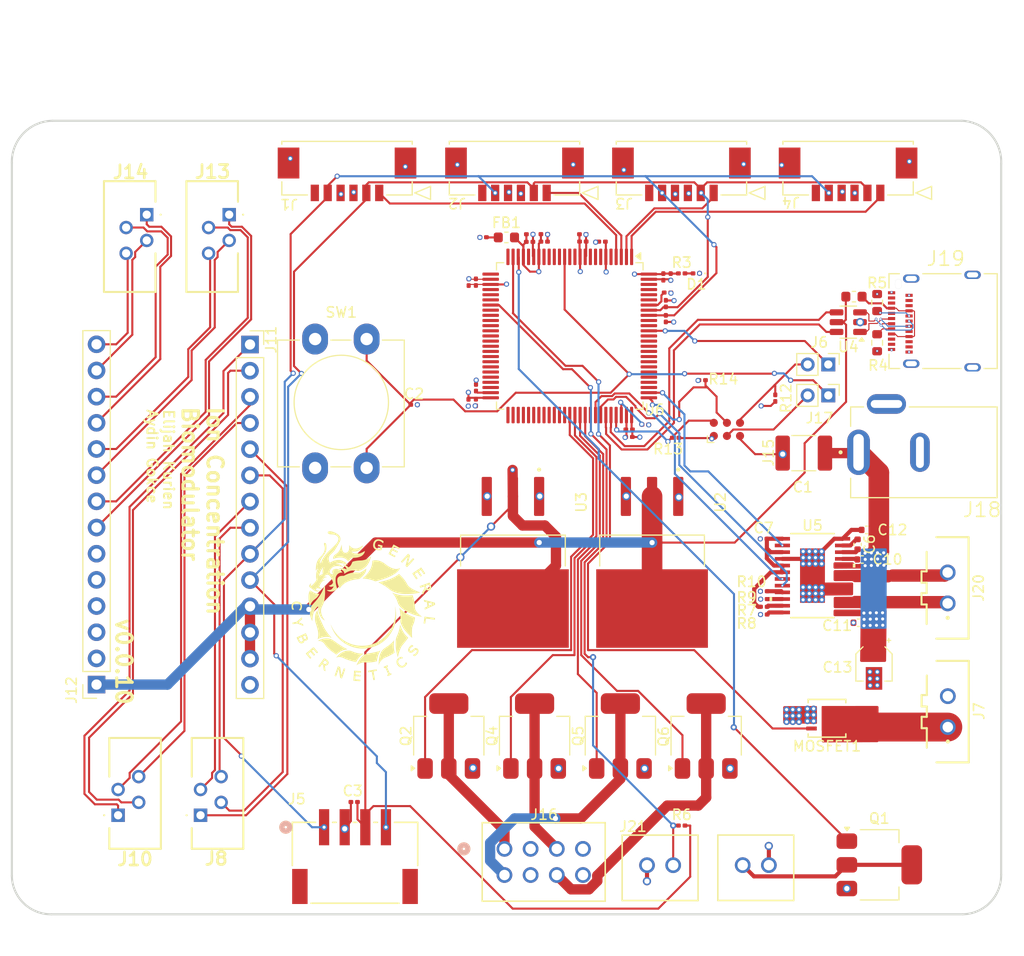
<source format=kicad_pcb>
(kicad_pcb (version 20240108) (generator "pcbnew") (generator_version "8.0")
  (layers (0 "F.Cu" jumper) (1 "In1.Cu" power "GND") (2 "In2.Cu" power "Power") (31 "B.Cu" signal) (34 "B.Paste" user) (35 "F.Paste" user) (36 "B.SilkS" user "B.Silkscreen") (37 "F.SilkS" user "F.Silkscreen") (38 "B.Mask" user) (39 "F.Mask" user) (44 "Edge.Cuts" user))
  (net 0 "")
  (net 1 "+12V")
  (net 2 "GND")
  (net 3 "/NRST")
  (net 4 "+3.3V")
  (net 5 "Net-(C17-Pad1)")
  (net 6 "+5V")
  (net 7 "/VBUS")
  (net 8 "/I2C_SCK")
  (net 10 "/IRQn3")
  (net 12 "/IRQn4")
  (net 14 "/IRQn2")
  (net 15 "/IRQn1")
  (net 17 "/RESET_TEST")
  (net 18 "/peltier_coolers/Incubator Peltier Cooler")
  (net 19 "/32+")
  (net 20 "/31+")
  (net 21 "/31-")
  (net 22 "/32-")
  (net 23 "/CO2 Solenoid")
  (net 24 "/41-")
  (net 25 "/42-")
  (net 26 "/42+")
  (net 27 "/41+")
  (net 28 "/11+")
  (net 29 "/21-")
  (net 32 "/11-")
  (net 34 "/12-")
  (net 35 "/21+")
  (net 37 "/12+")
  (net 38 "/SWCLK")
  (net 39 "/SWDIO")
  (net 40 "/SWO_TEST")
  (net 41 "/SOL_IN1")
  (net 42 "/SOL_IN4")
  (net 43 "/SOL_IN3")
  (net 44 "/SOL_IN2")
  (net 45 "/SWO")
  (net 46 "/CC1")
  (net 47 "/D+")
  (net 48 "/D-")
  (net 49 "/CC2")
  (net 50 "/SOLEN_OUT")
  (net 51 "/SOL1")
  (net 52 "/SOL2")
  (net 53 "/SOL3")
  (net 54 "/SOL4")
  (net 55 "Net-(D1-A)")
  (net 66 "/I2C_SDA")
  (net 67 "/D+_in")
  (net 68 "/D-_in")
  (net 69 "/22-")
  (net 70 "/22+")
  (net 81 "/THERM_FEEDBACK")
  (net 82 "/INCUBATOR_PELT_OUT")
  (net 83 "Net-(U5-IPROPI2)")
  (net 84 "Net-(U5-IPROPI1)")
  (net 85 "/H_BRIDGE_IN1")
  (net 86 "/H_BRIDGE_FAULT")
  (net 87 "/H_BRIDGE_IN2")
  (net 88 "/peltier_coolers/CPL")
  (net 89 "/peltier_coolers/CPH")
  (net 90 "/peltier_coolers/DVDD")
  (net 91 "/peltier_coolers/VCP")
  (net 92 "/peltier_coolers/OUT1")
  (net 93 "/peltier_coolers/OUT2")
  (net 94 "/peltier_coolers/NSLEEP")
  (net 95 "Net-(U5-DISABLE)")
  (net 96 "Net-(U6-VCAP_2)")
  (net 98 "Net-(U6-VCAP_1)")
  (net 132 "Net-(U6-BOOT0)")
  (footprint "LDO_5V_LM1084.pretty:TO254P1524X483-4N" (layer "F.Cu") (at 161.525 92.2 -90)
    (property "Reference" "U2")
    (property "Value" "LM1084-5.0")
  )
  (footprint "Capacitor_SMD:C_0201_0603Metric" (layer "F.Cu") (at 145.13 60.65 180)
    (property "Reference" "C17" (hide yes))
    (property "Value" "1uF")
  )
  (footprint "Capacitor_SMD:C_0201_0603Metric" (layer "F.Cu") (at 159.3 79.31 180)
    (property "Reference" "C8" (hide yes))
    (property "Value" "1uF")
  )
  (footprint "keyed_6_pin_horizontal_0532610671.pretty:CON_532610671" (layer "F.Cu") (at 167.5 56.349999 180)
    (property "Reference" "J3")
    (property "Value" "532610671")
  )
  (footprint "Capacitor_SMD:C_0402_1005Metric" (layer "F.Cu") (at 181.47 90.45 -90)
    (property "Reference" "C6")
    (property "Value" "47nF")
  )
  (footprint "Capacitor_SMD:C_1812_4532Metric" (layer "F.Cu") (at 176.25 81.6 180)
    (property "Reference" "C1")
    (property "Value" "1uF")
  )
  (footprint "Capacitor_SMD:C_0201_0603Metric" (layer "F.Cu") (at 154.8 60.36)
    (property "Reference" "C15" (hide yes))
    (property "Value" "100nF")
  )
  (footprint "Resistor_SMD:R_0201_0603Metric" (layer "F.Cu") (at 162.86 68.55 90)
    (property "Reference" "R1" (hide yes))
    (property "Value" "10K")
  )
  (footprint "Package_TO_SOT_SMD:SOT-23-6" (layer "F.Cu") (at 180.565 68.89 180)
    (property "Reference" "U4")
    (property "Value" "USBLC6-2SC6")
  )
  (footprint "Button_Switch_THT:SW_PUSH-12mm_Wuerth-430476085716" (layer "F.Cu") (at 128.83 83.03 90)
    (property "Reference" "SW1")
    (property "Value" "SW_Push")
  )
  (footprint "keyed_6_pin_horizontal_0532610671.pretty:CON_532610671" (layer "F.Cu") (at 151.3 56.35 180)
    (property "Reference" "J2")
    (property "Value" "532610671")
  )
  (footprint "Capacitor_SMD:C_0201_0603Metric" (layer "F.Cu") (at 132.620001 115.452701 180)
    (property "Reference" "C3")
    (property "Value" "100nF")
  )
  (footprint "Capacitor_SMD:C_0201_0603Metric" (layer "F.Cu") (at 162.62 64.5 -90)
    (property "Reference" "C4" (hide yes))
    (property "Value" "1uF")
  )
  (footprint "BSZ070N08LS5ATMA1:TSDSON-8-FL_INF" (layer "F.Cu") (at 178.4986 107.3302)
    (property "Reference" "MOSFET1")
    (property "Value" "BSZ070N08LS5ATMA1")
  )
  (footprint "Connector_PinHeader_2.00mm:PinHeader_1x02_P2.00mm_Vertical" (layer "F.Cu") (at 178.625 72.996 -90)
    (property "Reference" "J17")
    (property "Value" "Conn_01x02_Pin")
  )
  (footprint "Capacitor_SMD:C_0201_0603Metric" (layer "F.Cu") (at 149.65 60.36)
    (property "Reference" "C18" (hide yes))
    (property "Value" "1uF")
  )
  (footprint "Capacitor_SMD:C_0201_0603Metric" (layer "F.Cu") (at 156.675 61.08)
    (property "Reference" "C27" (hide yes))
    (property "Value" "100nF")
  )
  (footprint "Connector_PinSocket_2.54mm:PinSocket_1x14_P2.54mm_Vertical" (layer "F.Cu") (at 122.51 71.06)
    (property "Reference" "J11")
    (property "Value" "Conn_01x14_Pin")
  )
  (footprint "Capacitor_SMD:C_0201_0603Metric" (layer "F.Cu") (at 163.33 64.5 -90)
    (property "Reference" "C5" (hide yes))
    (property "Value" "100nF")
  )
  (footprint "MountingHole:MountingHole_2.2mm_M2" (layer "F.Cu") (at 103.4 122.35)
    (property "Reference" "H3" (hide yes))
    (property "Value" "MountingHole")
  )
  (footprint "Package_QFP:LQFP-100_14x14mm_P0.5mm" (layer "F.Cu") (at 153.54 70.23 -90)
    (property "Reference" "U6")
    (property "Value" "STM32F407VGTx")
  )
  (footprint "Package_TO_SOT_SMD:SOT-223-3_TabPin2" (layer "F.Cu") (at 150.125 109.05 90)
    (property "Reference" "Q4")
    (property "Value" "NDT3055L")
  )
  (footprint "Capacitor_SMD:C_0201_0603Metric" (layer "F.Cu") (at 159.29 80.03 180)
    (property "Reference" "C9" (hide yes))
    (property "Value" "100nF")
  )
  (footprint "Package_TO_SOT_SMD:SOT-223-3_TabPin2" (layer "F.Cu") (at 141.8 109.05 90)
    (property "Reference" "Q2")
    (property "Value" "NDT3055L")
  )
  (footprint "Resistor_SMD:R_0201_0603Metric" (layer "F.Cu") (at 173.48 76.265 -90)
    (property "Reference" "R12")
    (property "Value" "10K")
  )
  (footprint "Barrel_Jack_EJ508A.pretty:MPD_EJ508A" (layer "F.Cu") (at 184.2675 81.52 90)
    (property "Reference" "J18")
    (property "Value" "EJ508A")
  )
  (footprint "Package_TO_SOT_SMD:SOT-223-3_TabPin2" (layer "F.Cu") (at 183.575 121.55)
    (property "Reference" "Q1")
    (property "Value" "NDT3055L")
  )
  (footprint "1x02_socket_66200211122.pretty:66200211122" (layer "F.Cu") (at 190.225 106.6825 -90)
    (property "Reference" "J7")
    (property "Value" "6620XX11122_66200211122")
    (property "VALUE" "66200211122" (hide yes))
  )
  (footprint "LOGO" (layer "F.Cu") (at 133.5 96.45)
    (property "Reference" "G***" (hide yes))
    (property "Value" "LOGO" (hide yes))
  )
  (footprint "Inductor_SMD:L_0603_1608Metric" (layer "F.Cu") (at 147.39 60.67)
    (property "Reference" "FB1")
    (property "Value" "120R")
  )
  (footprint "upright_4_pin_socket_39-53-2045.pretty:39532045" (layer "F.Cu") (at 112.49 58.46 -90)
    (property "Reference" "J14")
    (property "Value" "39-53-2045" (hide yes))
  )
  (footprint "Capacitor_SMD:C_0201_0603Metric" (layer "F.Cu") (at 144.44 75.255 90)
    (property "Reference" "C25" (hide yes))
    (property "Value" "2.2uF")
  )
  (footprint "1x02_socket_IPL1-102-01-L-S-K.pretty:CONN_IPL1-102-01-L-S-K_SAI" (layer "F.Cu") (at 170.32 121.58)
    (property "Reference" "J9" (hide yes))
    (property "Value" "IPL1-102-01-L-S-K")
  )
  (footprint "Resistor_SMD:R_0201_0603Metric" (layer "F.Cu") (at 166.39 74.52 180)
    (property "Reference" "R14")
    (property "Value" "10K")
  )
  (footprint "keyed_6_pin_horizontal_0532610671.pretty:CON_532610671" (layer "F.Cu") (at 135.05 56.35 180)
    (property "Reference" "J1")
    (property "Value" "532610671")
  )
  (footprint "upright_4_pin_socket_39-53-2045.pretty:39532045" (layer "F.Cu") (at 109.71 116.74 90)
    (property "Reference" "J10")
    (property "Value" "39-53-2045" (hide yes))
  )
  (footprint "Capacitor_SMD:C_0201_0603Metric" (layer "F.Cu") (at 151.06 60.35)
    (property "Reference" "C19" (hide yes))
    (property "Value" "1uF")
  )
  (footprint "Capacitor_SMD:C_0201_0603Metric" (layer "F.Cu") (at 160.87 78.83)
    (property "Reference" "C26" (hide yes))
    (property "Value" "2.2uF")
  )
  (footprint "Resistor_SMD:R_0201_0603Metric" (layer "F.Cu") (at 172.37 95.76)
    (property "Reference" "R9")
    (property "Value" "1.5K")
  )
  (footprint "1x02_socket_66200211122.pretty:66200211122" (layer "F.Cu") (at 190.21 94.68 -90)
    (property "Reference" "J20")
    (property "Value" "6620XX11122_66200211122")
    (property "VALUE" "66200211122" (hide yes))
  )
  (footprint "Resistor_SMD:R_0201_0603Metric" (layer "F.Cu") (at 172.37 95)
    (property "Reference" "R10")
    (property "Value" "1K")
  )
  (footprint "Package_TO_SOT_SMD:SOT-223-3_TabPin2" (layer "F.Cu") (at 158.45 109.05 90)
    (property "Reference" "Q5")
    (property "Value" "NDT3055L")
  )
  (footprint "Capacitor_SMD:C_0402_1005Metric" (layer "F.Cu") (at 181.92 91.92)
    (property "Reference" "C10")
    (property "Value" "1uF")
  )
  (footprint "MountingHole:MountingHole_2.2mm_M2" (layer "F.Cu") (at 191.4 53.35)
    (property "Reference" "H2" (hide yes))
    (property "Value" "MountingHole")
  )
  (footprint "12401610E4_2A.pretty:AMPHENOL_12401610E4_2A" (layer "F.Cu") (at 185.425 68.79 90)
    (property "Reference" "J19")
    (property "Value" "USB_C_Receptacle_USB2.0_14P")
    (fp_line (start 3.45 -0.325) (end 3.75 -0.325) (stroke (width 0.01)) (layer "Edge.Cuts"))
    (fp_line (start 3.75 0.325) (end 3.45 0.325) (stroke (width 0.01)) (layer "Edge.Cuts"))
    (fp_arc (start 3.75 -0.325) (mid 4.075 0) (end 3.75 0.325) (stroke (width 0.01)) (layer "Edge.Cuts"))
    (fp_arc (start 3.45 0.325) (mid 3.125 0) (end 3.45 -0.325) (stroke (width 0.01)) (layer "Edge.Cuts"))
  )
  (footprint "keyed_6_pin_horizontal_0532610671.pretty:CON_532610671" (layer "F.Cu") (at 183.671001 56.35 180)
    (property "Reference" "J4")
    (property "Value" "532610671")
  )
  (footprint "LDO_3V_LM1084.pretty:TO254P1524X483-4N" (layer "F.Cu") (at 148.025 92.2 -90)
    (property "Reference" "U3")
    (property "Value" "LM1084-3.3")
  )
  (footprint "Connector:Tag-Connect_TC2030-IDC-FP_2x03_P1.27mm_Vertical" (layer "F.Cu") (at 168.79 79.295)
    (property "Reference" "J15")
    (property "Value" "Conn_ARM_SWD_TagConnect_TC2030")
  )
  (footprint "Capacitor_SMD:C_0201_0603Metric" (layer "F.Cu") (at 151.06 61.08)
    (property "Reference" "C20" (hide yes))
    (property "Value" "100nF")
  )
  (footprint "MountingHole:MountingHole_2.2mm_M2" (layer "F.Cu") (at 191.4 122.35)
    (property "Reference" "H4" (hide yes))
    (property "Value" "MountingHole")
  )
  (footprint "1x02_socket_IPL1-102-01-L-S-K.pretty:CONN_IPL1-102-01-L-S-K_SAI" (layer "F.Cu") (at 161.0349 121.586)
    (property "Reference" "J21")
    (property "Value" "IPL1-102-01-L-S-K")
  )
  (footprint "Resistor_SMD:R_0201_0603Metric" (layer "F.Cu") (at 172.37 96.51)
    (property "Reference" "R7")
    (property "Value" "10K")
  )
  (footprint "Capacitor_SMD:C_0402_1005Metric" (layer "F.Cu") (at 182.34 89.05 180)
    (property "Reference" "C12")
    (property "Value" "100nF")
  )
  (footprint "2x04_socket_IPL1-104-01-L-D-K.pretty:CONN_IPL1-104-01-x-D-x_SAI" (layer "F.Cu") (at 147.2005 119.9995)
    (property "Reference" "J16")
    (property "Value" "IPL1-104-01-L-D-K")
  )
  (footprint "Capacitor_SMD:C_0201_0603Metric" (layer "F.Cu") (at 143.71 76.7 -90)
    (property "Reference" "C24" (hide yes))
    (property "Value" "100nF")
  )
  (footprint "upright_4_pin_socket_39-53-2045.pretty:39532045" (layer "F.Cu") (at 117.71 116.74 90)
    (property "Reference" "J8")
    (property "Value" "39-53-2045" (hide yes))
  )
  (footprint "upright_4_pin_socket_39-53-2045.pretty:39532045" (layer "F.Cu") (at 120.49 58.46 -90)
    (property "Reference" "J13")
    (property "Value" "39-53-2045" (hide yes))
  )
  (footprint "Capacitor_SMD:C_0201_0603Metric" (layer "F.Cu") (at 144.43 76.69 -90)
    (property "Reference" "C23" (hide yes))
    (property "Value" "1uF")
  )
  (footprint "Capacitor_SMD:C_0201_0603Metric" (layer "F.Cu") (at 149.64 61.1)
    (property "Reference" "C16" (hide yes))
    (property "Value" "100nF")
  )
  (footprint "MountingHole:MountingHole_2.2mm_M2" (layer "F.Cu") (at 103.4 53.35)
    (property "Reference" "H1" (hide yes))
    (property "Value" "MountingHole")
  )
  (footprint "Connector_PinSocket_2.54mm:PinSocket_1x14_P2.54mm_Vertical" (layer "F.Cu") (at 107.62 104.06 180)
    (property "Reference" "J12")
    (property "Value" "Conn_01x14_Pin")
  )
  (footprint "Capacitor_SMD:C_0402_1005Metric" (layer "F.Cu") (at 181.55 98.06 180)
    (property "Reference" "C11")
    (property "Value" "100nF")
  )
  (footprint "male_socket_S4B-PH-SM4-TB.pretty:CONN4_S4B-PH-SM4-TB_JST" (layer "F.Cu") (at 132.700001 121.352701 180)
    (property "Reference" "J5")
    (property "Value" "S4B-PH-SM4-TB")
  )
  (footprint "Capacitor_SMD:C_0201_0603Metric" (layer "F.Cu") (at 138.43 76.905)
    (property "Reference" "C2")
    (property "Value" "100nF")
  )
  (footprint "Capacitor_SMD:C_0201_0603Metric" (layer "F.Cu") (at 172.345 89.91)
    (property "Reference" "C7")
    (property "Value" "1uF")
  )
  (footprint "Capacitor_SMD:CP_Elec_3x5.3" (layer "F.Cu") (at 183.06 101.96 -90)
    (property "Reference" "C13")
    (property "Value" "10uF")
  )
  (footprint "Resistor_SMD:R_0201_0603Metric" (layer "F.Cu") (at 163.81 80.11)
    (property "Reference" "R13")
    (property "Value" "10K")
  )
  (footprint "DRV8873HPWPR.pretty:PWP24_TEX" (layer "F.Cu") (at 177.091 93.485001)
    (property "Reference" "U5")
    (property "Value" "DRV8873HPWPR")
  )
  (footprint "Resistor_SMD:R_0603_1608Metric" (layer "F.Cu") (at 183.365 66.99 90)
    (property "Reference" "R5")
    (property "Value" "5K1")
  )
  (footprint "Resistor_SMD:R_0201_0603Metric" (layer "F.Cu") (at 162.86 67.09 -90)
    (property "Reference" "R2" (hide yes))
    (property "Value" "10K")
  )
  (footprint "Fuse:Fuse_0603_1608Metric" (layer "F.Cu") (at 181.115 66.415 180)
    (property "Reference" "F1" (hide yes))
    (property "Value" "500mA")
  )
  (footprint "Package_TO_SOT_SMD:SOT-223-3_TabPin2" (layer "F.Cu") (at 166.775 109.05 90)
    (property "Reference" "Q6")
    (property "Value" "NDT3055L")
  )
  (footprint "Resistor_SMD:R_0201_0603Metric" (layer "F.Cu") (at 164.4 64.16)
    (property "Reference" "R3")
    (property "Value" "220")
  )
  (footprint "Resistor_SMD:R_0201_0603Metric" (layer "F.Cu") (at 163.02 66.02)
    (property "Reference" "R11" (hide yes))
    (property "Value" "10K")
  )
  (footprint "Capacitor_SMD:C_0201_0603Metric" (layer "F.Cu") (at 154.81 61.07)
    (property "Reference" "C14" (hide yes))
    (property "Value" "1uF")
  )
  (footprint "Capacitor_SMD:C_0201_0603Metric" (layer "F.Cu") (at 144.43 65.01 90)
    (property "Reference" "C21" (hide yes))
    (property "Value" "1uF")
  )
  (footprint "LED_SMD:LED_0201_0603Metric" (layer "F.Cu") (at 165.82 64.16 180)
    (property "Reference" "D1")
    (property "Value" "LED")
  )
  (footprint "Resistor_SMD:R_0201_0603Metric" (layer "F.Cu") (at 164.4 117.74)
    (property "Reference" "R6")
    (property "Value" "10K")
  )
  (footprint "Connector_PinHeader_2.00mm:PinHeader_1x02_P2.00mm_Vertical" (layer "F.Cu") (at 178.625 75.996 -90)
    (property "Reference" "J6")
    (property "Value" "Conn_01x02_Pin")
  )
  (footprint "Capacitor_SMD:C_0201_0603Metric" (layer "F.Cu") (at 143.73 65.02 90)
    (property "Reference" "C22" (hide yes))
    (property "Value" "100nF")
  )
  (footprint "Resistor_SMD:R_0201_0603Metric" (layer "F.Cu") (at 172.37 97.26)
    (property "Reference" "R8")
    (property "Value" "1.5K")
  )
  (footprint "Resistor_SMD:R_0603_1608Metric" (layer "F.Cu") (at 183.365 70.89 -90)
    (property "Reference" "R4")
    (property "Value" "5K1")
  )
  (gr_arc (start 99.400043 53.407682) (mid 100.530816 50.56239) (end 103.342319 49.350043) (stroke (width 0.2)) (layer "Edge.Cuts"))
  (gr_arc (start 195.399999 122.50023) (mid 194.328165 125.198725) (end 191.662595 126.35) (stroke (width 0.2)) (layer "Edge.Cuts"))
  (gr_line (start 191.56 49.35) (end 103.352066 49.35) (stroke (width 0.2)) (layer "Edge.Cuts"))
  (gr_line (start 103.249791 126.35) (end 191.662595 126.35) (stroke (width 0.2)) (layer "Edge.Cuts"))
  (gr_line (start 99.4 122.612576) (end 99.400043 53.407682) (stroke (width 0.2)) (layer "Edge.Cuts"))
  (gr_line (start 195.399999 122.50023) (end 195.40337 53.514388) (stroke (width 0.2)) (layer "Edge.Cuts"))
  (gr_arc (start 191.564388 49.34663) (mid 194.34705 50.63543) (end 195.40337 53.514388) (stroke (width 0.2)) (layer "Edge.Cuts"))
  (gr_arc (start 103.249791 126.35) (mid 100.551277 125.278166) (end 99.4 122.612576) (stroke (width 0.2)) (layer "Edge.Cuts"))
  (gr_text "Ion Concentration\nBiomodulator" (at 115.81 76.94 -90) (layer "F.SilkS") (effects (font (size 1.5 1.5) (thickness 0.3) (bold yes)) (justify left bottom)))
  (gr_text "v0.0.10" (at 109.38 97.49 270) (layer "F.SilkS") (effects (font (size 1.5 1.5) (thickness 0.3) (bold yes)) (justify left bottom)))
  (gr_text "Elijah Kurien\nAydin Gokce" (at 112.42 77.25 -90) (layer "F.SilkS") (effects (font (size 1 1) (thickness 0.1875)) (justify left bottom)))
  (segment (start 178.3 81.6) (end 181.4825 81.6) (width 1) (layer "F.Cu") (net 1))
  (segment (start 172.86 121.58) (end 172.86 119.73) (width 0.4) (layer "F.Cu") (net 1))
  (segment (start 181.5625 81.52) (end 183.53 83.4875) (width 2) (layer "F.Cu") (net 1))
  (segment (start 183.53 91.17) (end 182.947 91.753) (width 2) (layer "F.Cu") (net 1))
  (segment (start 172.86 119.73) (end 172.85 119.72) (width 0.4) (layer "F.Cu") (net 1))
  (segment (start 183.53 83.4875) (end 183.53 91.17) (width 2) (layer "F.Cu") (net 1))
  (via (at 182.19 91.3) (size 0.6) (drill 0.3) (layers "F.Cu" "B.Cu") (net 1))
  (via (at 182.8 92.5) (size 0.6) (drill 0.3) (layers "F.Cu" "B.Cu") (net 1))
  (via (at 183.91 98.3) (size 0.6) (drill 0.3) (layers "F.Cu" "B.Cu") (net 1))
  (via (at 183.9 97.69) (size 0.6) (drill 0.3) (layers "F.Cu" "B.Cu") (net 1))
  (via (at 172.85 119.72) (size 0.8) (drill 0.5) (layers "F.Cu" "B.Cu") (net 1))
  (via (at 182.69 98.32) (size 0.6) (drill 0.3) (layers "F.Cu" "B.Cu") (net 1))
  (via (at 184.02 92.48) (size 0.6) (drill 0.3) (layers "F.Cu" "B.Cu") (net 1))
  (via (at 182.09 98.34) (size 0.6) (drill 0.3) (layers "F.Cu" "B.Cu") (net 1))
  (via (at 182.7 97.71) (size 0.6) (drill 0.3) (layers "F.Cu" "B.Cu") (net 1))
  (via (at 182.21 91.91) (size 0.6) (drill 0.3) (layers "F.Cu" "B.Cu") (net 1))
  (via (at 183.3 98.31) (size 0.6) (drill 0.3) (layers "F.Cu" "B.Cu") (net 1))
  (via (at 182.08 97.12) (size 0.6) (drill 0.3) (layers "F.Cu" "B.Cu") (net 1))
  (via (at 159.025 85.7825) (size 0.8) (drill 0.5) (layers "F.Cu" "B.Cu") (net 1))
  (via (at 182.8 91.28) (size 0.6) (drill 0.3) (layers "F.Cu" "B.Cu") (net 1))
  (via (at 183.29 97.09) (size 0.6) (drill 0.3) (layers "F.Cu" "B.Cu") (net 1))
  (via (at 182.1 97.73) (size 0.6) (drill 0.3) (layers "F.Cu" "B.Cu") (net 1))
  (via (at 145.525 85.7825) (size 0.8) (drill 0.5) (layers "F.Cu" "B.Cu") (net 1))
  (via (at 182.2 92.52) (size 0.6) (drill 0.3) (layers "F.Cu" "B.Cu") (net 1))
  (via (at 184 91.27) (size 0.6) (drill 0.3) (layers "F.Cu" "B.Cu") (net 1))
  (via (at 183.41 91.87) (size 0.6) (drill 0.3) (layers "F.Cu" "B.Cu") (net 1))
  (via (at 182.81 91.89) (size 0.6) (drill 0.3) (layers "F.Cu" "B.Cu") (net 1))
  (via (at 183.3 97.69) (size 0.6) (drill 0.3) (layers "F.Cu" "B.Cu") (net 1))
  (via (at 183.4 91.27) (size 0.6) (drill 0.3) (layers "F.Cu" "B.Cu") (net 1))
  (via (at 182.69 97.1) (size 0.6) (drill 0.3) (layers "F.Cu" "B.Cu") (net 1))
  (via (at 184.01 91.87) (size 0.6) (drill 0.3) (layers "F.Cu" "B.Cu") (net 1))
  (via (at 183.41 92.49) (size 0.6) (drill 0.3) (layers "F.Cu" "B.Cu") (net 1))
  (via (at 183.89 97.09) (size 0.6) (drill 0.3) (layers "F.Cu" "B.Cu") (net 1))
  (segment (start 171.523565 81.7) (end 174.2 81.7) (width 0.2) (layer "F.Cu") (net 2))
  (segment (start 144.44 74.54) (end 144.46 74.52) (width 0.2) (layer "F.Cu") (net 2))
  (segment (start 144.44 74.935) (end 144.44 74.54) (width 0.2) (layer "F.Cu") (net 2))
  (segment (start 155.13 62.465) (end 155.04 62.555) (width 0.2) (layer "F.Cu") (net 2))
  (segment (start 149.97 60.37) (end 149.97 61.09) (width 0.2) (layer "F.Cu") (net 2))
  (segment (start 156.05 61.13) (end 156.305 61.13) (width 0.2) (layer "F.Cu") (net 2))
  (segment (start 156.305 61.13) (end 156.355 61.08) (width 0.2) (layer "F.Cu") (net 2))
  (segment (start 180.012 89.910002) (end 179.209998 89.910002) (width 0.4) (layer "F.Cu") (net 2))
  (segment (start 180.872002 89.05) (end 180.012 89.910002) (width 0.4) (layer "F.Cu") (net 2))
  (segment (start 161.0349 121.586) (end 161.0349 123.1351) (width 0.4) (layer "F.Cu") (net 2))
  (segment (start 181.86 89.05) (end 180.872002 89.05) (width 0.4) (layer "F.Cu") (net 2))
  (segment (start 161.0349 123.1351) (end 161.03 123.14) (width 0.4) (layer "F.Cu") (net 2))
  (segment (start 149.96 62.475) (end 150.04 62.555) (width 0.2) (layer "F.Cu") (net 2))
  (segment (start 149.96 61.1) (end 149.96 62.475) (width 0.2) (layer "F.Cu") (net 2))
  (segment (start 161.215 64.73) (end 163.24 64.73) (width 0.2) (layer "F.Cu") (net 2))
  (segment (start 132.300001 117.299999) (end 132.300001 115.452701) (width 0.2) (layer "F.Cu") (net 2))
  (segment (start 179.209998 89.910002) (end 177.98 91.14) (width 0.4) (layer "F.Cu") (net 2))
  (segment (start 174.17 91.86) (end 176.07 91.86) (width 0.4) (layer "F.Cu") (net 2))
  (segment (start 159.04 77.905) (end 159.04 79.95) (width 0.2) (layer "F.Cu") (net 2))
  (segment (start 155.12 60.4) (end 155.12 61.06) (width 0.2) (layer "F.Cu") (net 2))
  (segment (start 170.06 79.93) (end 170.06 80.236435) (width 0.2) (layer "F.Cu") (net 2))
  (segment (start 170.06 80.236435) (end 171.523565 81.7) (width 0.2) (layer "F.Cu") (net 2))
  (segment (start 131.7 118.05) (end 132.300001 117.299999) (width 0.2) (layer "F.Cu") (net 2))
  (segment (start 155.13 61.07) (end 155.13 62.465) (width 0.2) (layer "F.Cu") (net 2))
  (segment (start 151.38 60.39) (end 151.38 61.08) (width 0.2) (layer "F.Cu") (net 2))
  (segment (start 145.865 64.73) (end 143.76 64.73) (width 0.1) (layer "F.Cu") (net 2))
  (segment (start 176.07 91.86) (end 176.19 91.74) (width 0.4) (layer "F.Cu") (net 2))
  (via (at 143.69 77.04) (size 0.5) (drill 0.3) (layers "F.Cu" "B.Cu") (net 2))
  (via (at 184.765 71.59) (size 0.25) (drill 0.15) (layers "F.Cu" "B.Cu") (net 2))
  (via (at 183.365 66.165) (size 0.25) (drill 0.15) (layers "F.Cu" "B.Cu") (net 2))
  (via (at 177.2 106.4) (size 0.6) (drill 0.3) (layers "F.Cu" "B.Cu") (net 2))
  (via (at 177.2 107) (size 0.6) (drill 0.3) (layers "F.Cu" "B.Cu") (net 2))
  (via (at 178 94.62) (size 0.6) (drill 0.3) (layers "F.Cu" "B.Cu") (net 2))
  (via (at 174.578222 107.68455) (size 0.6) (drill 0.3) (layers "F.Cu" "B.Cu") (net 2))
  (via (at 175.178222 107.68455) (size 0.6) (drill 0.3) (layers "F.Cu" "B.Cu") (net 2))
  (via (at 183.38 103.48) (size 0.5) (drill 0.3) (layers "F.Cu" "B.Cu") (net 2))
  (via (at 181.715 68.89) (size 0.8) (drill 0.5) (layers "F.Cu" "B.Cu") (net 2))
  (via (at 144.15 112.15) (size 0.8) (drill 0.5) (layers "F.Cu" "B.Cu") (net 2))
  (via (at 164.125 85.8825) (size 0.8) (drill 0.5) (layers "F.Cu" "B.Cu") (net 2))
  (via (at 137.58 53.8) (size 0.5) (drill 0.3) (layers "F.Cu" "B.Cu") (net 2))
  (via (at 175.778222 107.08455) (size 0.6) (drill 0.3) (layers "F.Cu" "B.Cu") (net 2))
  (via (at 175.778222 106.48455) (size 0.6) (drill 0.3) (layers "F.Cu" "B.Cu") (net 2))
  (via (at 176.78 95.83) (size 0.6) (drill 0.3) (layers "F.Cu" "B.Cu") (net 2))
  (via (at 151.39 60.38) (size 0.5) (drill 0.3) (layers "F.Cu" "B.Cu") (net 2))
  (via (at 176.78 91.74) (size 0.6) (drill 0.3) (layers "F.Cu" "B.Cu") (net 2))
  (via (at 172.06 95.77) (size 0.5) (drill 0.3) (layers "F.Cu" "B.Cu") (net 2))
  (via (at 143.75 64.68) (size 0.5) (drill 0.3) (layers "F.Cu" "B.Cu") (net 2))
  (via (at 183.38 104.13) (size 0.5) (drill 0.3) (layers "F.Cu" "B.Cu") (net 2))
  (via (at 160.8 112.2) (size 0.8) (drill 0.5) (layers "F.Cu" "B.Cu") (net 2))
  (via (at 153.87 53.6) (size 0.5) (drill 0.3) (layers "F.Cu" "B.Cu") (net 2))
  (via (at 147.64 56.28) (size 0.5) (drill 0.3) (layers "F.Cu" "B.Cu") (net 2))
  (via (at 177.99 95.22) (size 0.6) (drill 0.3) (layers "F.Cu" "B.Cu") (net 2))
  (via (at 176.19 92.34) (size 0.6) (drill 0.3) (layers "F.Cu" "B.Cu") (net 2))
  (via (at 131.7 118.05) (size 0.8) (drill 0.5) (layers "F.Cu" "B.Cu") (net 2))
  (via (at 176.18 94.61) (size 0.6) (drill 0.3) (layers "F.Cu" "B.Cu") (net 2))
  (via (at 166.13 64.15) (size 0.5) (drill 0.3) (layers "F.Cu" "B.Cu") (net 2))
  (via (at 176.18 95.83) (size 0.6) (drill 0.3) (layers "F.Cu" "B.Cu") (net 2))
  (via (at 177.38 92.34) (size 0.6) (drill 0.3) (layers "F.Cu" "B.Cu") (net 2))
  (via (at 176.6 107) (size 0.6) (drill 0.3) (layers "F.Cu" "B.Cu") (net 2))
  (via (at 163.78 56.46) (size 0.5) (drill 0.3) (layers "F.Cu" "B.Cu") (net 2))
  (via (at 175.778222 107.68455) (size 0.6) (drill 0.3) (layers "F.Cu" "B.Cu") (net 2))
  (via (at 176.78 92.34) (size 0.6) (drill 0.3) (layers "F.Cu" "B.Cu") (net 2))
  (via (at 172.05 97.26) (size 0.5) (drill 0.3) (layers "F.Cu" "B.Cu") (net 2))
  (via (at 152.45 112.2) (size 0.8) (drill 0.5) (layers "F.Cu" "B.Cu") (net 2))
  (via (at 177.97 91.74) (size 0.6) (drill 0.3) (layers "F.Cu" "B.Cu") (net 2))
  (via (at 174.578222 106.48455) (size 0.6) (drill 0.3) (layers "F.Cu" "B.Cu") (net 2))
  (via (at 186.49 53.3) (size 0.5) (drill 0.3) (layers "F.Cu" "B.Cu") (net 2))
  (via (at 176.6 107.6) (size 0.6) (drill 0.3) (layers "F.Cu" "B.Cu") (net 2))
  (via (at 177.39 94.62) (size 0.6) (drill 0.3) (layers "F.Cu" "B.Cu") (net 2))
  (via (at 158.78 54.12) (size 0.5) (drill 0.3) (layers "F.Cu" "B.Cu") (net 2))
  (via (at 144.36 77.01) (size 0.5) (drill 0.3) (layers "F.Cu" "B.Cu") (net 2))
  (via (at 170.41 53.56) (size 0.5) (drill 0.3) (layers "F.Cu" "B.Cu") (net 2))
  (via (at 179.99 56.23) (size 0.5) (drill 0.3) (layers "F.Cu" "B.Cu") (net 2))
  (via (at 174.1 53.65) (size 0.5) (drill 0.3) (layers "F.Cu" "B.Cu") (net 2))
  (via (at 174.578222 107.08455) (size 0.6) (drill 0.3) (layers "F.Cu" "B.Cu") (net 2))
  (via (at 174.2 81.7) (size 0.8) (drill 0.5) (layers "F.Cu" "B.Cu") (net 2))
  (via (at 176.19 91.74) (size 0.6) (drill 0.3) (layers "F.Cu" "B.Cu") (net 2))
  (via (at 169.1 112.2) (size 0.8) (drill 0.5) (layers "F.Cu" "B.Cu") (net 2))
  (via (at 186.465 71.79) (size 0.25) (drill 0.15) (layers "F.Cu" "B.Cu") (net 2))
  (via (at 183.38 102.83) (size 0.5) (drill 0.3) (layers "F.Cu" "B.Cu") (net 2))
  (via (at 176.79 94.61) (size 0.6) (drill 0.3) (layers "F.Cu" "B.Cu") (net 2))
  (via (at 158.91 80.08) (size 0.5) (drill 0.3) (layers "F.Cu" "B.Cu") (net 2))
  (via (at 176.19 91.14) (size 0.6) (drill 0.3) (layers "F.Cu" "B.Cu") (net 2))
  (via (at 181.07 98.06) (size 0.5) (drill 0.3) (layers "F.Cu" "B.Cu") (net 2))
  (via (at 177.39 95.22) (size 0.6) (drill 0.3) (layers "F.Cu" "B.Cu") (net 2))
  (via (at 149.97 60.37) (size 0.5) (drill 0.3) (layers "F.Cu" "B.Cu") (net 2))
  (via (at 186.465 66.29) (size 0.25) (drill 0.15) (layers "F.Cu" "B.Cu") (net 2))
  (via (at 177.39 95.83) (size 0.6) (drill 0.3) (layers "F.Cu" "B.Cu") (net 2))
  (via (at 175.178222 106.48455) (size 0.6) (drill 0.3) (layers "F.Cu" "B.Cu") (net 2))
  (via (at 176.78 95.22) (size 0.6) (drill 0.3) (layers "F.Cu" "B.Cu") (net 2))
  (via (at 138.75 76.905) (size 0.5) (drill 0.3) (layers "F.Cu" "B.Cu") (net 2))
  (via (at 180.425 123.85) (size 0.8) (drill 0.5) (layers "F.Cu" "B.Cu") (net 2))
  (via (at 182.67 103.48) (size 0.5) (drill 0.3) (layers "F.Cu" "B.Cu") (net 2))
  (via (at 163.36 66.08) (size 0.5) (drill 0.3) (layers "F.Cu" "B.Cu") (net 2))
  (via (at 182.69 104.15) (size 0.5) (drill 0.3) (layers "F.Cu" "B.Cu") (net 2))
  (via (at 144.46 74.52) (size 0.5) (drill 0.3) (layers "F.Cu" "B.Cu") (net 2))
  (via (at 177.2 107.6) (size 0.6) (drill 0.3) (layers "F.Cu" "B.Cu") (net 2))
  (via (at 161.03 123.14) (size 0.8) (drill 0.5) (layers "F.Cu" "B.Cu") (net 2))
  (via (at 176.6 106.4) (size 0.6) (drill 0.3) (layers "F.Cu" "B.Cu") (net 2))
  (via (at 150.625 85.7825) (size 0.8) (drill 0.5) (layers "F.Cu" "B.Cu") (net 2))
  (via (at 176.78 91.14) (size 0.6) (drill 0.3) (layers "F.Cu" "B.Cu") (net 2))
  (via (at 178 95.83) (size 0.6) (drill 0.3) (layers "F.Cu" "B.Cu") (net 2))
  (via (at 163.34 64.83) (size 0.5) (drill 0.3) (layers "F.Cu" "B.Cu") (net 2))
  (via (at 177.98 92.34) (size 0.6) (drill 0.3) (layers "F.Cu" "B.Cu") (net 2))
  (via (at 156.05 61.13) (size 0.5) (drill 0.3) (layers "F.Cu" "B.Cu") (net 2))
  (via (at 182.66 102.82) (size 0.5) (drill 0.3) (layers "F.Cu" "B.Cu") (net 2))
  (via (at 176.18 95.22) (size 0.6) (drill 0.3) (layers "F.Cu" "B.Cu") (net 2))
  (via (at 175.178222 107.08455) (size 0.6) (drill 0.3) (layers "F.Cu" "B.Cu") (net 2))
  (via (at 184.765 65.99) (size 0.25) (drill 0.15) (layers "F.Cu" "B.Cu") (net 2))
  (via (at 161.2 78.86) (size 0.5) (drill 0.3) (layers "F.Cu" "B.Cu") (net 2))
  (via (at 177.38 91.74) (size 0.6) (drill 0.3) (layers "F.Cu" "B.Cu") (net 2))
  (via (at 155.11 60.39) (size 0.5) (drill 0.3) (layers "F.Cu" "B.Cu") (net 2))
  (via (at 177.38 91.14) (size 0.6) (drill 0.3) (layers "F.Cu" "B.Cu") (net 2))
  (via (at 177.98 91.14) (size 0.6) (drill 0.3) (layers "F.Cu" "B.Cu") (net 2))
  (via (at 172.04 95.01) (size 0.5) (drill 0.3) (layers "F.Cu" "B.Cu") (net 2))
  (via (at 172.03 89.92) (size 0.5) (drill 0.3) (layers "F.Cu" "B.Cu") (net 2))
  (via (at 126.42 53.01) (size 0.5) (drill 0.3) (layers "F.Cu" "B.Cu") (net 2))
  (via (at 142.63 53.61) (size 0.5) (drill 0.3) (layers "F.Cu" "B.Cu") (net 2))
  (via (at 131.34 56.47) (size 0.5) (drill 0.3) (layers "F.Cu" "B.Cu") (net 2))
  (via (at 144.82 60.67) (size 0.5) (drill 0.3) (layers "F.Cu" "B.Cu") (net 2))
  (via (at 183.365 71.69) (size 0.25) (drill 0.15) (layers "F.Cu" "B.Cu") (net 2))
  (segment (start 138.11 76.905) (end 138.11 76.705001) (width 0.2) (layer "F.Cu") (net 3))
  (segment (start 148.3 75.74) (end 157.51 75.74) (width 0.2) (layer "F.Cu") (net 3))
  (segment (start 153.04 67.67) (end 159.31 73.94) (width 0.2) (layer "F.Cu") (net 3))
  (segment (start 157.51 75.74) (end 159.31 73.94) (width 0.2) (layer "F.Cu") (net 3))
  (segment (start 138.410001 76.405) (end 142.255 76.405) (width 0.2) (layer "F.Cu") (net 3))
  (segment (start 143.39 77.54) (end 146.5 77.54) (width 0.2) (layer "F.Cu") (net 3))
  (segment (start 142.255 76.405) (end 143.39 77.54) (width 0.2) (layer "F.Cu") (net 3))
  (segment (start 146.5 77.54) (end 148.3 75.74) (width 0.2) (layer "F.Cu") (net 3))
  (segment (start 133.83 83.03) (end 133.83 81.185) (width 0.2) (layer "F.Cu") (net 3))
  (segment (start 164.68 73.89) (end 173.36 73.89) (width 0.2) (layer "F.Cu") (net 3))
  (segment (start 133.83 81.185) (end 138.11 76.905) (width 0.2) (layer "F.Cu") (net 3))
  (segment (start 174.97 74.53) (end 177.159 74.53) (width 0.2) (layer "F.Cu") (net 3))
  (segment (start 153.04 62.555) (end 153.04 67.67) (width 0.2) (layer "F.Cu") (net 3))
  (segment (start 173.36 73.89) (end 173.39 73.86) (width 0.2) (layer "F.Cu") (net 3))
  (segment (start 133.83 72.625) (end 138.11 76.905) (width 0.2) (layer "F.Cu") (net 3))
  (segment (start 133.83 70.53) (end 133.83 72.625) (width 0.2) (layer "F.Cu") (net 3))
  (segment (start 177.159 74.53) (end 178.625 75.996) (width 0.2) (layer "F.Cu") (net 3))
  (segment (start 138.11 76.705001) (end 138.410001 76.405) (width 0.2) (layer "F.Cu") (net 3))
  (via (at 174.97 74.53) (size 0.5) (drill 0.3) (layers "F.Cu" "B.Cu") (net 3))
  (via (at 173.39 73.86) (size 0.5) (drill 0.3) (layers "F.Cu" "B.Cu") (net 3))
  (via (at 164.68 73.89) (size 0.5) (drill 0.3) (layers "F.Cu" "B.Cu") (net 3))
  (via (at 159.31 73.94) (size 0.5) (drill 0.3) (layers "F.Cu" "B.Cu") (net 3))
  (segment (start 164.63 73.94) (end 164.68 73.89) (width 0.2) (layer "B.Cu") (net 3))
  (segment (start 174.3 73.86) (end 174.97 74.53) (width 0.2) (layer "B.Cu") (net 3))
  (segment (start 159.31 73.94) (end 164.63 73.94) (width 0.2) (layer "B.Cu") (net 3))
  (segment (start 173.39 73.86) (end 174.3 73.86) (width 0.2) (layer "B.Cu") (net 3))
  (segment (start 164.13 80.11) (end 164.1603 80.1403) (width 0.2) (layer "F.Cu") (net 4))
  (segment (start 145.865 65.23) (end 147.37 65.23) (width 0.2) (layer "F.Cu") (net 4))
  (segment (start 172.11 77.02) (end 173.045 77.02) (width 0.2) (layer "F.Cu") (net 4))
  (segment (start 148.950001 88.62) (end 151.12 88.62) (width 1) (layer "F.Cu") (net 4))
  (segment (start 173.045 77.02) (end 173.48 76.585) (width 0.2) (layer "F.Cu") (net 4))
  (segment (start 148 125.8) (end 162.13 125.8) (width 0.2) (layer "F.Cu") (net 4))
  (segment (start 149.04 62.555) (end 149.04 63.354999) (width 0.2) (layer "F.Cu") (net 4))
  (segment (start 143.71 76.38) (end 143.71 75.71) (width 0.2) (layer "F.Cu") (net 4))
  (segment (start 150.54 63.98) (end 150.53 63.99) (width 0.2) (layer "F.Cu") (net 4))
  (segment (start 162.86 68.87) (end 163.61 68.87) (width 0.2) (layer "F.Cu") (net 4))
  (segment (start 150.54 61.28) (end 150.54 62.555) (width 0.2) (layer "F.Cu") (net 4))
  (segment (start 149.04 63.354999) (end 149.675001 63.99) (width 0.2) (layer "F.Cu") (net 4))
  (segment (start 167.52 79.93) (end 167.52 80) (width 0.2) (layer "F.Cu") (net 4))
  (segment (start 134.492702 115.85) (end 138.05 115.85) (width 0.2) (layer "F.Cu") (net 4))
  (segment (start 145.865 76.23) (end 143.86 76.23) (width 0.2) (layer "F.Cu") (net 4))
  (segment (start 149.675001 63.99) (end 150.53 63.99) (width 0.2) (layer "F.Cu") (net 4))
  (segment (start 149.04 61.38) (end 149.04 62.555) (width 0.2) (layer "F.Cu") (net 4))
  (segment (start 143.71 75.71) (end 143.7 75.7) (width 0.2) (layer "F.Cu") (net 4))
  (segment (start 149.04 62.555) (end 149.04 61.5325) (width 0.2) (layer "F.Cu") (net 4))
  (segment (start 151.12 88.62) (end 152.2 89.7) (width 1) (layer "F.Cu") (net 4))
  (segment (start 133.700002 100.924998) (end 142.925 91.7) (width 0.2) (layer "F.Cu") (net 4))
  (segment (start 164.72 117.74) (end 165.225 117.74) (width 0.2) (layer "F.Cu") (net 4))
  (segment (start 154.48 60.36) (end 154.48 61.06) (width 0.2) (layer "F.Cu") (net 4))
  (segment (start 133.700002 117.9) (end 133.700002 100.924998) (width 0.2) (layer "F.Cu") (net 4))
  (segment (start 159.61 80.03) (end 159.61 79.32) (width 0.2) (layer "F.Cu") (net 4))
  (segment (start 147.37 65.23) (end 147.4 65.2) (width 0.2) (layer "F.Cu") (net 4))
  (segment (start 149.33 60.36) (end 149.33 61.09) (width 0.2) (layer "F.Cu") (net 4))
  (segment (start 159.54 77.905) (end 159.54 79.23) (width 0.2) (layer "F.Cu") (net 4))
  (segment (start 159.575 80.04) (end 160.325 80.04) (width 0.2) (layer "F.Cu") (net 4))
  (segment (start 162.13 125.8) (end 165.23 122.7) (width 0.2) (layer "F.Cu") (net 4))
  (segment (start 154.49 61.07) (end 154.49 62.505) (width 0.2) (layer "F.Cu") (net 4))
  (segment (start 150.74 60.35) (end 150.74 61.08) (width 0.2) (layer "F.Cu") (net 4))
  (segment (start 133.700002 117.9) (end 132.940001 117.139999) (width 0.2) (layer "F.Cu") (net 4))
  (segment (start 164.1603 80.1403) (end 167.2603 80.1403) (width 0.2) (layer "F.Cu") (net 4))
  (segment (start 149.32 61.1) (end 149.04 61.38) (width 0.2) (layer "F.Cu") (net 4))
  (segment (start 157.04 62.555) (end 157.04 63.99) (width 0.2) (layer "F.Cu") (net 4))
  (segment (start 152.2 92.505) (end 148.025 96.68) (width 1) (layer "F.Cu") (net 4))
  (segment (start 148.025 85.8) (end 148.025 87.694999) (width 1) (layer "F.Cu") (net 4))
  (segment (start 161.215 64.23) (end 159.82 64.23) (width 0.2) (layer "F.Cu") (net 4))
  (segment (start 165.225 117.74) (end 165.225 122.695) (width 0.2) (layer "F.Cu") (net 4))
  (segment (start 145.9 88.725) (end 148.025 86.6) (width 0.2) (layer "F.Cu") (net 4))
  (segment (start 157.04 63.99) (end 157.07 64.02) (width 0.2) (layer "F.Cu") (net 4))
  (segment (start 154.54 62.555) (end 154.54 63.96) (width 0.2) (layer "F.Cu") (net 4))
  (segment (start 143.86 76.23) (end 143.71 76.38) (width 0.2) (layer "F.Cu") (net 4))
  (segment (start 162.895 66.79) (end 163.645 66.79) (width 0.2) (layer "F.Cu") (net 4))
  (segment (start 132.940001 117.139999) (end 132.940001 115.452701) (width 0.2) (layer "F.Cu") (net 4))
  (segment (start 162.62 64.18) (end 164.06 64.18) (width 0.2) (layer "F.Cu") (net 4))
  (segment (start 167.52 80) (end 167.32 80.2) (width 0.2) (layer "F.Cu") (net 4))
  (segment (start 145.865 65.23) (end 143.84 65.23) (width 0.1) (layer "F.Cu") (net 4))
  (segment (start 138.05 115.85) (end 148 125.8) (width 0.2) (layer "F.Cu") (net 4))
  (segment (start 148.025 87.694999) (end 148.950001 88.62) (width 1) (layer "F.Cu") (net 4))
  (segment (start 150.54 62.555) (end 150.54 63.98) (width 0.2) (layer "F.Cu") (net 4))
  (segment (start 148.025 85.8) (end 147.99 83.23) (width 1) (layer "F.Cu") (net 4))
  (segment (start 152.2 89.7) (end 152.2 92.505) (width 1) (layer "F.Cu") (net 4))
  (segment (start 167.2603 80.1403) (end 167.32 80.2) (width 0.2) (layer "F.Cu") (net 4))
  (segment (start 149.04 61.5325) (end 148.1775 60.67) (width 0.2) (layer "F.Cu") (net 4))
  (segment (start 150.74 61.08) (end 150.54 61.28) (width 0.2) (layer "F.Cu") (net 4))
  (segment (start 133.700002 116.6427) (end 134.492702 115.85) (width 0.2) (layer "F.Cu") (net 4))
  (segment (start 154.54 63.96) (end 154.56 63.98) (width 0.2) (layer "F.Cu") (net 4))
  (segment (start 161.215 64.23) (end 162.57 64.23) (width 0.2) (layer "F.Cu") (net 4))
  (segment (start 157.04 62.555) (end 157.04 61.125) (width 0.2) (layer "F.Cu") (net 4))
  (via (at 154.56 63.98) (size 0.5) (drill 0.3) (layers "F.Cu" "B.Cu") (net 4))
  (via (at 142.925 91.7) (size 0.8) (drill 0.5) (layers "F.Cu" "B.Cu") (net 4))
  (via (at 145.9 88.725) (size 0.8) (drill 0.5) (layers "F.Cu" "B.Cu") (net 4))
  (via (at 150.53 63.99) (size 0.5) (drill 0.3) (layers "F.Cu" "B.Cu") (net 4))
  (via (at 165.99 74.55) (size 0.5) (drill 0.3) (layers "F.Cu" "B.Cu") (net 4))
  (via (at 160.335 80.05) (size 0.5) (drill 0.3) (layers "F.Cu" "B.Cu") (net 4))
  (via (at 163.62 68.88) (size 0.5) (drill 0.3) (layers "F.Cu" "B.Cu") (net 4))
  (via (at 148.79 56.42) (size 0.5) (drill 0.3) (layers "F.Cu" "B.Cu") (net 4))
  (via (at 165.08 56.4) (size 0.5) (drill 0.3) (layers "F.Cu" "B.Cu") (net 4))
  (via (at 167.32 80.2) (size 0.5) (drill 0.3) (layers "F.Cu" "B.Cu") (net 4))
  (via (at 157.07 64.02) (size 0.5) (drill 0.3) (layers "F.Cu" "B.Cu") (net 4))
  (via (at 147.4 65.2) (size 0.5) (drill 0.3) (layers "F.Cu" "B.Cu") (net 4))
  (via (at 147.99 83.23) (size 0.5) (drill 0.3) (layers "F.Cu" "B.Cu") (net 4))
  (via (at 163.655 66.8) (size 0.5) (drill 0.3) (layers "F.Cu" "B.Cu") (net 4))
  (via (at 159.82 64.23) (size 0.5) (drill 0.3) (layers "F.Cu" "B.Cu") (net 4))
  (via (at 132.57 56.28) (size 0.5) (drill 0.3) (layers "F.Cu" "B.Cu") (net 4))
  (via (at 143.7 75.7) (size 0.5) (drill 0.3) (layers "F.Cu" "B.Cu") (net 4))
  (via (at 172.11 77.02) (size 0.5) (drill 0.3) (layers "F.Cu" "B.Cu") (net 4))
  (via (at 181.2 56.36) (size 0.5) (drill 0.3) (layers "F.Cu" "B.Cu") (net 4))
  (segment (start 142.925 91.7) (end 145.9 88.725) (width 0.2) (layer "B.Cu") (net 4))
  (segment (start 146.6025 60.67) (end 145.47 60.67) (width 0.2) (layer "F.Cu") (net 5))
  (segment (start 179.4275 68.89) (end 180.089999 68.89) (width 0.2) (layer "F.Cu") (net 6))
  (segment (start 180.3275 68.652499) (end 180.089999 68.89) (width 0.2) (layer "F.Cu") (net 6))
  (segment (start 161.525 90.2825) (end 161.525 96.68) (width 2) (layer "F.Cu") (net 6))
  (segment (start 180.089999 68.89) (end 180.35 69.150001) (width 0.2) (layer "F.Cu") (net 6))
  (segment (start 134.715 90.275) (end 150.575 90.275) (width 1) (layer "F.Cu") (net 6))
  (segment (start 180.35 76.625) (end 176.33 80.645) (width 0.2) (layer "F.Cu") (net 6))
  (segment (start 134.715 90.275) (end 128.22 96.77) (width 1) (layer "F.Cu") (net 6))
  (segment (start 176.33 83.49) (end 169.5375 90.2825) (width 0.2) (layer "F.Cu") (net 6))
  (segment (start 180.35 69.150001) (end 180.35 76.625) (width 0.2) (layer "F.Cu") (net 6))
  (segment (start 180.3275 66.415) (end 180.3275 68.652499) (width 0.2) (layer "F.Cu") (net 6))
  (segment (start 122.51 96.46) (end 122.51 101.54) (width 1) (layer "F.Cu") (net 6))
  (segment (start 169.5375 90.2825) (end 161.525 90.2825) (width 0.2) (layer "F.Cu") (net 6))
  (segment (start 161.525 90.2825) (end 161.525 85.8) (width 2) (layer "F.Cu") (net 6))
  (segment (start 176.33 80.645) (end 176.33 83.49) (width 0.2) (layer "F.Cu") (net 6))
  (via (at 161.525 90.2825) (size 0.8) (drill 0.5) (layers "F.Cu" "B.Cu") (net 6))
  (via (at 150.575 90.275) (size 0.8) (drill 0.5) (layers "F.Cu" "B.Cu") (net 6))
  (via (at 128.22 96.77) (size 0.8) (drill 0.5) (layers "F.Cu" "B.Cu") (net 6))
  (segment (start 122.51 96.46) (end 122.1 96.46) (width 1) (layer "B.Cu") (net 6))
  (segment (start 122.82 96.77) (end 122.51 96.46) (width 1) (layer "B.Cu") (net 6))
  (segment (start 150.575 90.275) (end 161.5175 90.275) (width 1) (layer "B.Cu") (net 6))
  (segment (start 161.5175 90.275) (end 161.525 90.2825) (width 1) (layer "B.Cu") (net 6))
  (segment (start 122.1 96.46) (end 114.5 104.06) (width 1) (layer "B.Cu") (net 6))
  (segment (start 128.22 96.77) (end 122.82 96.77) (width 1) (layer "B.Cu") (net 6))
  (segment (start 114.5 104.06) (end 107.62 104.06) (width 1) (layer "B.Cu") (net 6))
  (segment (start 186.992 67.867) (end 186.992 70.213) (width 0.1) (layer "F.Cu") (net 7))
  (segment (start 186.915 70.29) (end 186.465 70.29) (width 0.1) (layer "F.Cu") (net 7))
  (segment (start 184.311 67.54) (end 184.765 67.54) (width 0.2) (layer "F.Cu") (net 7))
  (segment (start 181.9025 66.415) (end 182.5505 67.063) (width 0.2) (layer "F.Cu") (net 7))
  (segment (start 185.465 67.79) (end 186.465 67.79) (width 0.1) (layer "F.Cu") (net 7))
  (segment (start 183.834 67.063) (end 184.311 67.54) (width 0.2) (layer "F.Cu") (net 7))
  (segment (start 186.992 70.213) (end 186.915 70.29) (width 0.1) (layer "F.Cu") (net 7))
  (segment (start 186.465 67.79) (end 186.915 67.79) (width 0.1) (layer "F.Cu") (net 7))
  (segment (start 185.215 67.54) (end 185.465 67.79) (width 0.1) (layer "F.Cu") (net 7))
  (segment (start 185.365 70.29) (end 185.115 70.04) (width 0.1) (layer "F.Cu") (net 7))
  (segment (start 182.5505 67.063) (end 183.834 67.063) (width 0.2) (layer "F.Cu") (net 7))
  (segment (start 185.115 70.04) (end 184.765 70.04) (width 0.1) (layer "F.Cu") (net 7))
  (segment (start 186.915 67.79) (end 186.992 67.867) (width 0.1) (layer "F.Cu") (net 7))
  (segment (start 186.465 70.29) (end 185.365 70.29) (width 0.1) (layer "F.Cu") (net 7))
  (segment (start 184.765 67.54) (end 185.215 67.54) (width 0.1) (layer "F.Cu") (net 7))
  (segment (start 163.672448 68.23) (end 161.215 68.23) (width 0.2) (layer "F.Cu") (net 8))
  (segment (start 121.63 110.88) (end 121.63 111) (width 0.2) (layer "F.Cu") (net 8))
  (segment (start 167.53 61.37) (end 167.77 61.61) (width 0.2) (layer "F.Cu") (net 8))
  (segment (start 126.453 73.603) (end 126.453 60.347) (width 0.2) (layer "F.Cu") (net 8))
  (segment (start 126.453 60.347) (end 130.05 56.75) (width 0.2) (layer "F.Cu") (net 8))
  (segment (start 167.77 64.132448) (end 163.672448 68.23) (width 0.2) (layer "F.Cu") (net 8))
  (segment (start 123.587 90.303) (end 119.98 93.91) (width 0.2) (layer "F.Cu") (net 8))
  (segment (start 119.98 109.23) (end 121.63 110.88) (width 0.2) (layer "F.Cu") (net 8))
  (segment (start 167.77 61.61) (end 167.77 64.132448) (width 0.2) (layer "F.Cu") (net 8))
  (segment (start 122.51 91.38) (end 123.587 90.303) (width 0.2) (layer "F.Cu") (net 8))
  (segment (start 130.05 55.65) (end 130.97 54.73) (width 0.2) (layer "F.Cu") (net 8))
  (segment (start 126.7 73.85) (end 126.453 73.603) (width 0.2) (layer "F.Cu") (net 8))
  (segment (start 119.98 93.91) (end 119.98 109.23) (width 0.2) (layer "F.Cu") (net 8))
  (via (at 130.97 54.73) (size 0.5) (drill 0.3) (layers "F.Cu" "B.Cu") (net 8))
  (via (at 178.671001 56.35) (size 0.5) (drill 0.3) (layers "F.Cu" "B.Cu") (net 8))
  (via (at 126.7 73.85) (size 0.5) (drill 0.3) (layers "F.Cu" "B.Cu") (net 8))
  (via (at 129.700002 117.9) (size 0.6) (drill 0.3) (layers "F.Cu" "B.Cu") (net 8))
  (via (at 146.3 56.35) (size 0.5) (drill 0.3) (layers "F.Cu" "B.Cu") (net 8))
  (via (at 162.5 56.349999) (size 0.5) (drill 0.3) (layers "F.Cu" "B.Cu") (net 8))
  (via (at 167.53 61.37) (size 0.5) (drill 0.3) (layers "F.Cu" "B.Cu") (net 8))
  (via (at 121.67 111) (size 0.5) (drill 0.3) (layers "F.Cu" "B.Cu") (net 8))
  (segment (start 162.5 56.349999) (end 162.509999 56.349999) (width 0.2) (layer "B.Cu") (net 8))
  (segment (start 125.883 88.007) (end 122.51 91.38) (width 0.2) (layer "B.Cu") (net 8))
  (segment (start 177.051001 54.73) (end 178.671001 56.35) (width 0.2) (layer "B.Cu") (net 8))
  (segment (start 121.67 111.04) (end 121.67 111) (width 0.2) (layer "B.Cu") (net 8))
  (segment (start 160.880001 54.73) (end 177.051001 54.73) (width 0.2) (layer "B.Cu") (net 8))
  (segment (start 144.68 54.73) (end 160.880001 54.73) (width 0.2) (layer "B.Cu") (net 8))
  (segment (start 128.53 117.9) (end 129.700002 117.9) (width 0.2) (layer "B.Cu") (net 8))
  (segment (start 130.97 54.73) (end 144.68 54.73) (width 0.2) (layer "B.Cu") (net 8))
  (segment (start 162.509999 56.349999) (end 167.53 61.37) (width 0.2) (layer "B.Cu") (net 8))
  (segment (start 126.7 73.85) (end 125.883 74.667) (width 0.2) (layer "B.Cu") (net 8))
  (segment (start 125.883 74.667) (end 125.883 88.007) (width 0.2) (layer "B.Cu") (net 8))
  (segment (start 144.68 54.73) (end 146.3 56.35) (width 0.2) (layer "B.Cu") (net 8))
  (segment (start 160.880001 54.73) (end 162.5 56.349999) (width 0.2) (layer "B.Cu") (net 8))
  (segment (start 121.67 111.04) (end 128.53 117.9) (width 0.2) (layer "B.Cu") (net 8))
  (segment (start 135.05 56.35) (end 136.077 57.377) (width 0.2) (layer "F.Cu") (net 10))
  (segment (start 136.077 57.377) (end 154.974552 57.377) (width 0.2) (layer "F.Cu") (net 10))
  (segment (start 154.974552 57.377) (end 158.04 60.442448) (width 0.2) (layer "F.Cu") (net 10))
  (segment (start 158.04 60.442448) (end 158.04 62.555) (width 0.2) (layer "F.Cu") (net 10))
  (segment (start 158.54 60.48) (end 158.54 62.555) (width 0.2) (layer "F.Cu") (net 12))
  (segment (start 154.41 56.35) (end 158.54 60.48) (width 0.2) (layer "F.Cu") (net 12))
  (segment (start 151.3 56.35) (end 154.41 56.35) (width 0.2) (layer "F.Cu") (net 12))
  (segment (start 161.75 57.85) (end 159.04 60.56) (width 0.2) (layer "F.Cu") (net 14))
  (segment (start 166.399999 57.85) (end 161.75 57.85) (width 0.2) (layer "F.Cu") (net 14))
  (segment (start 167.5 56.749999) (end 166.399999 57.85) (width 0.2) (layer "F.Cu") (net 14))
  (segment (start 159.04 60.56) (end 159.04 62.555) (width 0.2) (layer "F.Cu") (net 14))
  (segment (start 182.244001 58.177) (end 161.885448 58.177) (width 0.2) (layer "F.Cu") (net 15))
  (segment (start 161.885448 58.177) (end 159.54 60.522448) (width 0.2) (layer "F.Cu") (net 15))
  (segment (start 159.54 60.522448) (end 159.54 62.555) (width 0.2) (layer "F.Cu") (net 15))
  (segment (start 183.671001 56.75) (end 182.244001 58.177) (width 0.2) (layer "F.Cu") (net 15))
  (segment (start 169.4107 79.3093) (end 173.3117 79.3093) (width 0.2) (layer "F.Cu") (net 17))
  (segment (start 173.3117 79.3093) (end 176.625 75.996) (width 0.2) (layer "F.Cu") (net 17))
  (segment (start 168.79 79.93) (end 169.4107 79.3093) (width 0.2) (layer "F.Cu") (net 17))
  (segment (start 182.1825 108.1825) (end 190.225 108.1825) (width 2.8) (layer "F.Cu") (net 18))
  (segment (start 124.413603 83.76) (end 122.51 83.76) (width 0.2) (layer "F.Cu") (net 19))
  (segment (start 121.941801 116.289999) (end 125.685 112.5468) (width 0.2) (layer "F.Cu") (net 19))
  (segment (start 125.685 85.031397) (end 124.413603 83.76) (width 0.2) (layer "F.Cu") (net 19))
  (segment (start 125.685 112.5468) (end 125.685 85.031397) (width 0.2) (layer "F.Cu") (net 19))
  (segment (start 119.71 115.49) (end 120.509999 116.289999) (width 0.2) (layer "F.Cu") (net 19))
  (segment (start 120.509999 116.289999) (end 121.941801 116.289999) (width 0.2) (layer "F.Cu") (net 19))
  (segment (start 118.833 113.117) (end 118.833 112.626734) (width 0.2) (layer "F.Cu") (net 20))
  (segment (start 119.109999 89.700001) (end 122.51 86.3) (width 0.2) (layer "F.Cu") (net 20))
  (segment (start 119.109999 112.349735) (end 119.109999 89.700001) (width 0.2) (layer "F.Cu") (net 20))
  (segment (start 118.833 112.626734) (end 119.109999 112.349735) (width 0.2) (layer "F.Cu") (net 20))
  (segment (start 117.71 114.24) (end 118.833 113.117) (width 0.2) (layer "F.Cu") (net 20))
  (segment (start 120.606397 88.84) (end 122.51 88.84) (width 0.2) (layer "F.Cu") (net 21))
  (segment (start 119.560001 89.886396) (end 120.606397 88.84) (width 0.2) (layer "F.Cu") (net 21))
  (segment (start 119.560001 112.840001) (end 119.560001 89.886396) (width 0.2) (layer "F.Cu") (net 21))
  (segment (start 117.71 116.74) (end 122.1282 116.74) (width 0.2) (layer "F.Cu") (net 22))
  (segment (start 122.1282 116.74) (end 126.135 112.7332) (width 0.2) (layer "F.Cu") (net 22))
  (segment (start 126.135 112.7332) (end 126.135 84.845) (width 0.2) (layer "F.Cu") (net 22))
  (segment (start 126.135 84.845) (end 122.51 81.22) (width 0.2) (layer "F.Cu") (net 22))
  (segment (start 180.425 121.55) (end 179.306 122.669) (width 0.4) (layer "F.Cu") (net 23))
  (segment (start 179.306 122.669) (end 171.409 122.669) (width 0.4) (layer "F.Cu") (net 23))
  (segment (start 171.409 122.669) (end 170.32 121.58) (width 0.4) (layer "F.Cu") (net 23))
  (segment (start 186.725 121.55) (end 180.425 121.55) (width 0.4) (layer "F.Cu") (net 23))
  (segment (start 121.232448 78.68) (end 122.51 78.68) (width 0.2) (layer "F.Cu") (net 24))
  (segment (start 116.15 108.55) (end 116.15 83.762448) (width 0.2) (layer "F.Cu") (net 24))
  (segment (start 111.71 112.99) (end 116.15 108.55) (width 0.2) (layer "F.Cu") (net 24))
  (segment (start 116.15 83.762448) (end 121.232448 78.68) (width 0.2) (layer "F.Cu") (net 24))
  (segment (start 109.71 115.808199) (end 109.576801 115.675) (width 0.2) (layer "F.Cu") (net 25))
  (segment (start 119.935 73.635) (end 122.51 71.06) (width 0.2) (layer "F.Cu") (net 25))
  (segment (start 107.4568 115.675) (end 106.445 114.6632) (width 0.2) (layer "F.Cu") (net 25))
  (segment (start 109.576801 115.675) (end 107.4568 115.675) (width 0.2) (layer "F.Cu") (net 25))
  (segment (start 110.823 104.6488) (end 110.823 86.8188) (width 0.2) (layer "F.Cu") (net 25))
  (segment (start 106.445 114.6632) (end 106.445 109.0268) (width 0.2) (layer "F.Cu") (net 25))
  (segment (start 110.823 86.8188) (end 119.935 77.7068) (width 0.2) (layer "F.Cu") (net 25))
  (segment (start 109.71 116.74) (end 109.71 115.808199) (width 0.2) (layer "F.Cu") (net 25))
  (segment (start 119.935 77.7068) (end 119.935 73.635) (width 0.2) (layer "F.Cu") (net 25))
  (segment (start 106.445 109.0268) (end 110.823 104.6488) (width 0.2) (layer "F.Cu") (net 25))
  (segment (start 111.15 104.9582) (end 111.15 87.1282) (width 0.2) (layer "F.Cu") (net 26))
  (segment (start 109.763199 115.225) (end 107.6432 115.225) (width 0.2) (layer "F.Cu") (net 26))
  (segment (start 106.895 114.4768) (end 106.895 109.2132) (width 0.2) (layer "F.Cu") (net 26))
  (segment (start 111.15 87.1282) (end 120.385 77.8932) (width 0.2) (layer "F.Cu") (net 26))
  (segment (start 107.6432 115.225) (end 106.895 114.4768) (width 0.2) (layer "F.Cu") (net 26))
  (segment (start 120.606397 73.6) (end 122.51 73.6) (width 0.2) (layer "F.Cu") (net 26))
  (segment (start 106.895 109.2132) (end 111.15 104.9582) (width 0.2) (layer "F.Cu") (net 26))
  (segment (start 120.385 77.8932) (end 120.385 73.821397) (width 0.2) (layer "F.Cu") (net 26))
  (segment (start 110.028199 115.49) (end 109.763199 115.225) (width 0.2) (layer "F.Cu") (net 26))
  (segment (start 111.71 115.49) (end 110.028199 115.49) (width 0.2) (layer "F.Cu") (net 26))
  (segment (start 120.385 73.821397) (end 120.606397 73.6) (width 0.2) (layer "F.Cu") (net 26))
  (segment (start 115.823 107.636734) (end 115.823 83.627) (width 0.2) (layer "F.Cu") (net 27))
  (segment (start 115.823 83.627) (end 122.51 76.94) (width 0.2) (layer "F.Cu") (net 27))
  (segment (start 109.71 114.24) (end 110.833 113.117) (width 0.2) (layer "F.Cu") (net 27))
  (segment (start 110.833 112.626734) (end 115.823 107.636734) (width 0.2) (layer "F.Cu") (net 27))
  (segment (start 122.51 76.94) (end 122.51 76.14) (width 0.2) (layer "F.Cu") (net 27))
  (segment (start 110.833 113.117) (end 110.833 112.626734) (width 0.2) (layer "F.Cu") (net 27))
  (segment (start 111.367 62.573266) (end 111.090001 62.850265) (width 0.2) (layer "F.Cu") (net 28))
  (segment (start 111.090001 62.850265) (end 111.090001 70.109999) (width 0.2) (layer "F.Cu") (net 28))
  (segment (start 111.090001 70.109999) (end 107.62 73.58) (width 0.2) (layer "F.Cu") (net 28))
  (segment (start 111.367 62.083) (end 111.367 62.573266) (width 0.2) (layer "F.Cu") (net 28))
  (segment (start 112.49 60.96) (end 111.367 62.083) (width 0.2) (layer "F.Cu") (net 28))
  (segment (start 116.52 71.51) (end 116.52 74.203603) (width 0.2) (layer "F.Cu") (net 29))
  (segment (start 109.523603 81.2) (end 107.62 81.2) (width 0.2) (layer "F.Cu") (net 29))
  (segment (start 118.639999 62.359999) (end 118.639999 69.390001) (width 0.2) (layer "F.Cu") (net 29))
  (segment (start 118.639999 69.390001) (end 116.52 71.51) (width 0.2) (layer "F.Cu") (net 29))
  (segment (start 116.52 74.203603) (end 109.523603 81.2) (width 0.2) (layer "F.Cu") (net 29))
  (segment (start 110.639999 69.923604) (end 109.523603 71.04) (width 0.2) (layer "F.Cu") (net 32))
  (segment (start 109.523603 71.04) (end 107.62 71.04) (width 0.2) (layer "F.Cu") (net 32))
  (segment (start 110.639999 62.359999) (end 110.639999 69.923604) (width 0.2) (layer "F.Cu") (net 32))
  (segment (start 112.49 59.391801) (end 112.731219 59.63302) (width 0.2) (layer "F.Cu") (net 34))
  (segment (start 113.805 63.515) (end 113.805 72.475) (width 0.2) (layer "F.Cu") (net 34))
  (segment (start 112.731219 59.63302) (end 113.91302 59.63302) (width 0.2) (layer "F.Cu") (net 34))
  (segment (start 113.91302 59.63302) (end 114.85 60.57) (width 0.2) (layer "F.Cu") (net 34))
  (segment (start 114.85 62.47) (end 113.805 63.515) (width 0.2) (layer "F.Cu") (net 34))
  (segment (start 113.805 72.475) (end 107.62 78.66) (width 0.2) (layer "F.Cu") (net 34))
  (segment (start 114.85 60.57) (end 114.85 62.47) (width 0.2) (layer "F.Cu") (net 34))
  (segment (start 112.49 58.46) (end 112.49 59.391801) (width 0.2) (layer "F.Cu") (net 34))
  (segment (start 119.090001 69.402447) (end 116.847 71.645448) (width 0.2) (layer "F.Cu") (net 35))
  (segment (start 119.367 62.083) (end 119.367 62.573266) (width 0.2) (layer "F.Cu") (net 35))
  (segment (start 119.367 62.573266) (end 119.090001 62.850265) (width 0.2) (layer "F.Cu") (net 35))
  (segment (start 116.847 71.645448) (end 116.847 74.513) (width 0.2) (layer "F.Cu") (net 35))
  (segment (start 120.49 60.96) (end 119.367 62.083) (width 0.2) (layer "F.Cu") (net 35))
  (segment (start 116.847 74.513) (end 107.62 83.74) (width 0.2) (layer "F.Cu") (net 35))
  (segment (start 119.090001 62.850265) (end 119.090001 69.402447) (width 0.2) (layer "F.Cu") (net 35))
  (segment (start 109.523603 76.12) (end 107.62 76.12) (width 0.2) (layer "F.Cu") (net 37))
  (segment (start 113.355 63.502552) (end 113.355 72.288603) (width 0.2) (layer "F.Cu") (net 37))
  (segment (start 113.355 72.288603) (end 109.523603 76.12) (width 0.2) (layer "F.Cu") (net 37))
  (segment (start 113.900552 60.083) (end 114.523 60.705448) (width 0.2) (layer "F.Cu") (net 37))
  (segment (start 114.523 60.705448) (end 114.523 62.334552) (width 0.2) (layer "F.Cu") (net 37))
  (segment (start 112.171801 59.71) (end 112.544801 60.083) (width 0.2) (layer "F.Cu") (net 37))
  (segment (start 112.544801 60.083) (end 113.900552 60.083) (width 0.2) (layer "F.Cu") (net 37))
  (segment (start 110.49 59.71) (end 112.171801 59.71) (width 0.2) (layer "F.Cu") (net 37))
  (segment (start 114.523 62.334552) (end 113.355 63.502552) (width 0.2) (layer "F.Cu") (net 37))
  (segment (start 165.55245 75.21755) (end 164.16 76.61) (width 0.2) (layer "F.Cu") (net 38))
  (segment (start 161.56 76.92) (end 161.56 76.575) (width 0.2) (layer "F.Cu") (net 38))
  (segment (start 166.886833 75.21755) (end 165.55245 75.21755) (width 0.2) (layer "F.Cu") (net 38))
  (segment (start 161.56 76.575) (end 161.215 76.23) (width 0.2) (layer "F.Cu") (net 38))
  (segment (start 167.78745 77.65745) (end 167.78745 76.118167) (width 0.2) (layer "F.Cu") (net 38))
  (segment (start 164.16 76.61) (end 164.16 78.34) (width 0.2) (layer "F.Cu") (net 38))
  (segment (start 167.78745 76.118167) (end 166.886833 75.21755) (width 0.2) (layer "F.Cu") (net 38))
  (segment (start 168.79 78.66) (end 167.78745 77.65745) (width 0.2) (layer "F.Cu") (net 38))
  (segment (start 166.71 74.52) (end 166.71 75.040717) (width 0.2) (layer "F.Cu") (net 38))
  (segment (start 166.71 75.040717) (end 166.886833 75.21755) (width 0.2) (layer "F.Cu") (net 38))
  (via (at 164.16 78.34) (size 0.5) (drill 0.3) (layers "F.Cu" "B.Cu") (net 38))
  (via (at 161.56 76.92) (size 0.5) (drill 0.3) (layers "F.Cu" "B.Cu") (net 38))
  (segment (start 163.537107 78.34) (end 162.117107 76.92) (width 0.2) (layer "B.Cu") (net 38))
  (segment (start 162.117107 76.92) (end 161.56 76.92) (width 0.2) (layer "B.Cu") (net 38))
  (segment (start 164.16 78.34) (end 163.537107 78.34) (width 0.2) (layer "B.Cu") (net 38))
  (segment (start 158.04 79.29) (end 158.09 79.34) (width 0.2) (layer "F.Cu") (net 39))
  (segment (start 163.06 80.47) (end 165.0803 78.4497) (width 0.2) (layer "F.Cu") (net 39))
  (segment (start 165.0803 78.4497) (end 167.3097 78.4497) (width 0.2) (layer "F.Cu") (net 39))
  (segment (start 167.3097 78.4497) (end 167.52 78.66) (width 0.2) (layer "F.Cu") (net 39))
  (segment (start 158.04 77.905) (end 158.04 79.29) (width 0.2) (layer "F.Cu") (net 39))
  (via (at 163.06 80.47) (size 0.5) (drill 0.3) (layers "F.Cu" "B.Cu") (net 39))
  (via (at 158.09 79.34) (size 0.5) (drill 0.3) (layers "F.Cu" "B.Cu") (net 39))
  (segment (start 158.25 79.5) (end 162.09 79.5) (width 0.2) (layer "B.Cu") (net 39))
  (segment (start 162.09 79.5) (end 163.06 80.47) (width 0.2) (layer "B.Cu") (net 39))
  (segment (start 158.09 79.34) (end 158.25 79.5) (width 0.2) (layer "B.Cu") (net 39))
  (segment (start 173.411782 75.001782) (end 175.417565 72.996) (width 0.2) (layer "F.Cu") (net 40))
  (segment (start 173.48 75.07) (end 173.411782 75.001782) (width 0.2) (layer "F.Cu") (net 40))
  (segment (start 173.48 75.945) (end 173.48 75.07) (width 0.2) (layer "F.Cu") (net 40))
  (segment (start 170.06 78.353565) (end 173.411782 75.001782) (width 0.2) (layer "F.Cu") (net 40))
  (segment (start 175.417565 72.996) (end 176.625 72.996) (width 0.2) (layer "F.Cu") (net 40))
  (segment (start 170.06 78.66) (end 170.06 78.353565) (width 0.2) (layer "F.Cu") (net 40))
  (segment (start 147.2005 118.2005) (end 147.2005 119.9995) (width 1) (layer "F.Cu") (net 41))
  (segment (start 141.8 112.2) (end 141.8 112.8) (width 1) (layer "F.Cu") (net 41))
  (segment (start 141.8 112.2) (end 141.8 105.9) (width 1) (layer "F.Cu") (net 41))
  (segment (start 141.8 112.8) (end 147.2005 118.2005) (width 1) (layer "F.Cu") (net 41))
  (segment (start 156.2095 122.5905) (end 156.2095 123.114843) (width 1) (layer "F.Cu") (net 42))
  (segment (start 155.395843 123.9285) (end 153.6695 123.9285) (width 1) (layer "F.Cu") (net 42))
  (segment (start 156.2095 123.114843) (end 155.395843 123.9285) (width 1) (layer "F.Cu") (net 42))
  (segment (start 166.775 105.9) (end 166.775 112.2) (width 1) (layer "F.Cu") (net 42))
  (segment (start 153.6695 123.9285) (end 152.2805 122.5395) (width 1) (layer "F.Cu") (net 42))
  (segment (start 166 115.8) (end 163 115.8) (width 1) (layer "F.Cu") (net 42))
  (segment (start 166.775 115.025) (end 166 115.8) (width 1) (layer "F.Cu") (net 42))
  (segment (start 163 115.8) (end 156.2095 122.5905) (width 1) (layer "F.Cu") (net 42))
  (segment (start 166.775 112.2) (end 166.775 115.025) (width 1) (layer "F.Cu") (net 42))
  (segment (start 158.45 112.2) (end 158.45 105.9) (width 1) (layer "F.Cu") (net 43))
  (segment (start 154.6 117.05) (end 152.15 117.05) (width 1) (layer "F.Cu") (net 43))
  (segment (start 158.45 113.2) (end 154.6 117.05) (width 1) (layer "F.Cu") (net 43))
  (segment (start 158.45 112.2) (end 158.45 113.2) (width 1) (layer "F.Cu") (net 43))
  (via (at 152.15 117.05) (size 0.8) (drill 0.5) (layers "F.Cu" "B.Cu") (net 43))
  (segment (start 145.8115 119.424157) (end 145.8115 121.1505) (width 1) (layer "B.Cu") (net 43))
  (segment (start 152.15 117.05) (end 148.185657 117.05) (width 1) (layer "B.Cu") (net 43))
  (segment (start 145.8115 121.1505) (end 147.2005 122.5395) (width 1) (layer "B.Cu") (net 43))
  (segment (start 148.185657 117.05) (end 145.8115 119.424157) (width 1) (layer "B.Cu") (net 43))
  (segment (start 150.125 112.2) (end 150.125 105.9) (width 1) (layer "F.Cu") (net 44))
  (segment (start 150.125 112.2) (end 150.125 117.844) (width 1) (layer "F.Cu") (net 44))
  (segment (start 150.125 117.844) (end 152.2805 119.9995) (width 1) (layer "F.Cu") (net 44))
  (segment (start 176.349 70.72) (end 178.625 72.996) (width 0.2) (layer "F.Cu") (net 45))
  (segment (start 162.79 69.73) (end 162.8 69.74) (width 0.2) (layer "F.Cu") (net 45))
  (segment (start 161.215 69.73) (end 162.79 69.73) (width 0.2) (layer "F.Cu") (net 45))
  (segment (start 165.67 70.72) (end 176.349 70.72) (width 0.2) (layer "F.Cu") (net 45))
  (via (at 162.8 69.74) (size 0.5) (drill 0.3) (layers "F.Cu" "B.Cu") (net 45))
  (via (at 165.67 70.72) (size 0.5) (drill 0.3) (layers "F.Cu" "B.Cu") (net 45))
  (segment (start 164.69 69.74) (end 165.67 70.72) (width 0.2) (layer "B.Cu") (net 45))
  (segment (start 162.8 69.74) (end 164.69 69.74) (width 0.2) (layer "B.Cu") (net 45))
  (segment (start 183.89 69.54) (end 183.365 70.065) (width 0.1) (layer "F.Cu") (net 46))
  (segment (start 184.765 69.54) (end 183.89 69.54) (width 0.1) (layer "F.Cu") (net 46))
  (segment (start 158.8782 80.92) (end 160.7618 80.92) (width 0.2) (layer "F.Cu") (net 47))
  (segment (start 157.515 79.5568) (end 158.8782 80.92) (width 0.2) (layer "F.Cu") (net 47))
  (segment (start 160.7618 80.92) (end 163.195 78.4868) (width 0.2) (layer "F.Cu") (net 47))
  (segment (start 157.54 79.105001) (end 157.515 79.130001) (width 0.2) (layer "F.Cu") (net 47))
  (segment (start 177.708749 68.665) (end 178.433749 67.94) (width 0.2) (layer "F.Cu") (net 47))
  (segment (start 178.433749 67.94) (end 179.4275 67.94) (width 0.2) (layer "F.Cu") (net 47))
  (segment (start 157.54 77.905) (end 157.54 79.105001) (width 0.2) (layer "F.Cu") (net 47))
  (segment (start 163.195 71.4368) (end 165.9668 68.665) (width 0.2) (layer "F.Cu") (net 47))
  (segment (start 157.515 79.130001) (end 157.515 79.5568) (width 0.2) (layer "F.Cu") (net 47))
  (segment (start 165.9668 68.665) (end 177.708749 68.665) (width 0.2) (layer "F.Cu") (net 47))
  (segment (start 163.195 78.4868) (end 163.195 71.4368) (width 0.2) (layer "F.Cu") (net 47))
  (segment (start 158.5688 81.247) (end 161.0712 81.247) (width 0.2) (layer "F.Cu") (net 48))
  (segment (start 163.645 71.6232) (end 166.1532 69.115) (width 0.2) (layer "F.Cu") (net 48))
  (segment (start 177.708749 69.115) (end 178.433749 69.84) (width 0.2) (layer "F.Cu") (net 48))
  (segment (start 178.433749 69.84) (end 179.4275 69.84) (width 0.2) (layer "F.Cu") (net 48))
  (segment (start 157.04 77.905) (end 157.04 79.105001) (width 0.2) (layer "F.Cu") (net 48))
  (segment (start 157.04 79.105001) (end 157.065 79.130001) (width 0.2) (layer "F.Cu") (net 48))
  (segment (start 157.065 79.7432) (end 158.5688 81.247) (width 0.2) (layer "F.Cu") (net 48))
  (segment (start 166.1532 69.115) (end 177.708749 69.115) (width 0.2) (layer "F.Cu") (net 48))
  (segment (start 163.645 78.6732) (end 163.645 71.6232) (width 0.2) (layer "F.Cu") (net 48))
  (segment (start 161.0712 81.247) (end 163.645 78.6732) (width 0.2) (layer "F.Cu") (net 48))
  (segment (start 157.065 79.130001) (end 157.065 79.7432) (width 0.2) (layer "F.Cu") (net 48))
  (via (at 186.465 68.29) (size 0.25) (drill 0.15) (layers "F.Cu" "B.Cu") (net 49))
  (via (at 183.665 67.99) (size 0.25) (drill 0.15) (layers "F.Cu" "B.Cu") (net 49))
  (segment (start 186.465 68.29) (end 186.165 67.99) (width 0.1) (layer "B.Cu") (net 49))
  (segment (start 186.165 67.99) (end 183.665 67.99) (width 0.1) (layer "B.Cu") (net 49))
  (segment (start 180.4709 119.1959) (end 169.475 108.2) (width 0.2) (layer "F.Cu") (net 50))
  (segment (start 148.59 64.04) (end 148.59 62.605) (width 0.2) (layer "F.Cu") (net 50))
  (segment (start 169.45 108.175) (end 169.475 108.2) (width 0.2) (layer "F.Cu") (net 50))
  (segment (start 169.45 108.2) (end 169.45 108.175) (width 0.2) (layer "F.Cu") (net 50))
  (segment (start 169.475 108.2) (end 169.45 108.2) (width 0.2) (layer "F.Cu") (net 50))
  (via (at 169.45 108.2) (size 0.6) (drill 0.3) (layers "F.Cu" "B.Cu") (net 50))
  (via (at 148.59 64.04) (size 0.5) (drill 0.3) (layers "F.Cu" "B.Cu") (net 50))
  (segment (start 148.59 73.437107) (end 148.59 64.04) (width 0.2) (layer "B.Cu") (net 50))
  (segment (start 156.35 82.15) (end 156.35 81.197107) (width 0.2) (layer "B.Cu") (net 50))
  (segment (start 169.475 108.2) (end 169.475 95.275) (width 0.2) (layer "B.Cu") (net 50))
  (segment (start 169.475 95.275) (end 156.35 82.15) (width 0.2) (layer "B.Cu") (net 50))
  (segment (start 156.35 81.197107) (end 148.59 73.437107) (width 0.2) (layer "B.Cu") (net 50))
  (segment (start 153.672 91.653) (end 153.672 100.717) (width 0.2) (layer "F.Cu") (net 51))
  (segment (start 155.8 89.525) (end 155.8 82.10417) (width 0.2) (layer "F.Cu") (net 51))
  (segment (start 153.672 100.717) (end 144.047594 100.717) (width 0.2) (layer "F.Cu") (net 51))
  (segment (start 155.8 89.525) (end 153.672 91.653) (width 0.2) (layer "F.Cu") (net 51))
  (segment (start 139.5 105.264594) (end 139.5 112.2) (width 0.2) (layer "F.Cu") (net 51))
  (segment (start 153.54 77.905) (end 153.54 79.84417) (width 0.2) (layer "F.Cu") (net 51))
  (segment (start 144.047594 100.717) (end 139.5 105.264594) (width 0.2) (layer "F.Cu") (net 51))
  (segment (start 153.54 79.84417) (end 155.8 82.10417) (width 0.2) (layer "F.Cu") (net 51))
  (segment (start 154.04 79.881722) (end 156.127 81.968722) (width 0.2) (layer "F.Cu") (net 52))
  (segment (start 156.127 81.968722) (end 156.127 89.660448) (width 0.2) (layer "F.Cu") (net 52))
  (segment (start 153.999 91.788448) (end 153.999 101.201) (width 0.2) (layer "F.Cu") (net 52))
  (segment (start 156.127 89.660448) (end 153.999 91.788448) (width 0.2) (layer "F.Cu") (net 52))
  (segment (start 147.825 105.264594) (end 147.825 112.2) (width 0.2) (layer "F.Cu") (net 52))
  (segment (start 151.888594 101.201) (end 147.825 105.264594) (width 0.2) (layer "F.Cu") (net 52))
  (segment (start 153.999 101.201) (end 151.888594 101.201) (width 0.2) (layer "F.Cu") (net 52))
  (segment (start 154.04 77.905) (end 154.04 79.881722) (width 0.2) (layer "F.Cu") (net 52))
  (segment (start 154.326 103.038594) (end 156.15 104.862594) (width 0.2) (layer "F.Cu") (net 53))
  (segment (start 154.326 91.923896) (end 154.326 103.038594) (width 0.2) (layer "F.Cu") (net 53))
  (segment (start 154.54 77.905) (end 154.54 79.919274) (width 0.2) (layer "F.Cu") (net 53))
  (segment (start 156.15 104.862594) (end 156.15 112.2) (width 0.2) (layer "F.Cu") (net 53))
  (segment (start 156.454 89.795896) (end 154.326 91.923896) (width 0.2) (layer "F.Cu") (net 53))
  (segment (start 154.54 79.919274) (end 156.454 81.833274) (width 0.2) (layer "F.Cu") (net 53))
  (segment (start 156.454 81.833274) (end 156.454 89.795896) (width 0.2) (layer "F.Cu") (net 53))
  (segment (start 155.04 79.956826) (end 156.781 81.697826) (width 0.2) (layer "F.Cu") (net 54))
  (segment (start 164.475 108.975) (end 164.475 112.2) (width 0.2) (layer "F.Cu") (net 54))
  (segment (start 160.173 104.673) (end 164.475 108.975) (width 0.2) (layer "F.Cu") (net 54))
  (segment (start 156.781 89.931344) (end 154.653 92.059344) (width 0.2) (layer "F.Cu") (net 54))
  (segment (start 158.123 104.673) (end 160.173 104.673) (width 0.2) (layer "F.Cu") (net 54))
  (segment (start 154.653 92.059344) (end 154.653 101.203) (width 0.2) (layer "F.Cu") (net 54))
  (segment (start 156.781 81.697826) (end 156.781 89.931344) (width 0.2) (layer "F.Cu") (net 54))
  (segment (start 154.653 101.203) (end 158.123 104.673) (width 0.2) (layer "F.Cu") (net 54))
  (segment (start 155.04 77.905) (end 155.04 79.956826) (width 0.2) (layer "F.Cu") (net 54))
  (segment (start 164.72 64.16) (end 165.5 64.16) (width 0.2) (layer "F.Cu") (net 55))
  (segment (start 164 67.44) (end 166.93 64.51) (width 0.2) (layer "F.Cu") (net 66))
  (segment (start 166.93 64.51) (end 166.93 58.69) (width 0.2) (layer "F.Cu") (net 66))
  (segment (start 149.423 55.323) (end 134.037 55.323) (width 0.2) (layer "F.Cu") (net 66))
  (segment (start 161.215 67.73) (end 162.33 67.73) (width 0.2) (layer "F.Cu") (net 66))
  (segment (start 150.157 55.323) (end 150.05 55.43) (width 0.2) (layer "F.Cu") (net 66))
  (segment (start 133.8 55.56) (end 133.8 56.35) (width 0.2) (layer "F.Cu") (net 66))
  (segment (start 150.05 55.95) (end 149.423 55.323) (width 0.2) (layer "F.Cu") (net 66))
  (segment (start 134.037 55.323) (end 133.8 55.56) (width 0.2) (layer "F.Cu") (net 66))
  (segment (start 165.623001 55.323) (end 150.157 55.323) (width 0.2) (layer "F.Cu") (net 66))
  (segment (start 125 101.26) (end 125 101.202) (width 0.2) (layer "F.Cu") (net 66))
  (segment (start 126.78 63.995) (end 133.8 56.975) (width 0.2) (layer "F.Cu") (net 66))
  (segment (start 127.5 73.87) (end 126.78 73.15) (width 0.2) (layer "F.Cu") (net 66))
  (segment (start 125 101.202) (end 124.86 101.062) (width 0.2) (layer "F.Cu") (net 66))
  (segment (start 150.05 55.43) (end 150.05 56.35) (width 0.2) (layer "F.Cu") (net 66))
  (segment (start 181.794 55.322999) (end 166.873 55.322999) (width 0.2) (layer "F.Cu") (net 66))
  (segment (start 162.62 67.44) (end 164 67.44) (width 0.2) (layer "F.Cu") (net 66))
  (segment (start 124.86 101.062) (end 124.86 96.27) (width 0.2) (layer "F.Cu") (net 66))
  (segment (start 166.873 55.322999) (end 166.25 55.945999) (width 0.2) (layer "F.Cu") (net 66))
  (segment (start 166.25 55.949999) (end 165.623001 55.323) (width 0.2) (layer "F.Cu") (net 66))
  (segment (start 125.058 101.26) (end 125 101.26) (width 0.2) (layer "F.Cu") (net 66))
  (segment (start 124.86 96.27) (end 122.51 93.92) (width 0.2) (layer "F.Cu") (net 66))
  (segment (start 182.421001 55.95) (end 181.794 55.322999) (width 0.2) (layer "F.Cu") (net 66))
  (segment (start 162.33 67.73) (end 162.62 67.44) (width 0.2) (layer "F.Cu") (net 66))
  (segment (start 126.78 73.15) (end 126.78 63.995) (width 0.2) (layer "F.Cu") (net 66))
  (via (at 166.93 58.69) (size 0.5) (drill 0.3) (layers "F.Cu" "B.Cu") (net 66))
  (via (at 127.5 73.87) (size 0.5) (drill 0.3) (layers "F.Cu" "B.Cu") (net 66))
  (via (at 125.058 101.26) (size 0.5) (drill 0.3) (layers "F.Cu" "B.Cu") (net 66))
  (via (at 166.29 56.35) (size 0.5) (drill 0.3) (layers "F.Cu" "B.Cu") (net 66))
  (via (at 135.7 117.9) (size 0.6) (drill 0.3) (layers "F.Cu" "B.Cu") (net 66))
  (segment (start 125.058 101.26) (end 134.82 111.022) (width 0.2) (layer "B.Cu") (net 66))
  (segment (start 126.21 75.16) (end 126.21 90.22) (width 0.2) (layer "B.Cu") (net 66))
  (segment (start 166.93 56.99) (end 166.29 56.35) (width 0.2) (layer "B.Cu") (net 66))
  (segment (start 134.82 111.67) (end 135.7 112.55) (width 0.2) (layer "B.Cu") (net 66))
  (segment (start 166.93 58.69) (end 166.93 56.99) (width 0.2) (layer "B.Cu") (net 66))
  (segment (start 134.82 111.022) (end 134.82 111.67) (width 0.2) (layer "B.Cu") (net 66))
  (segment (start 135.7 112.55) (end 135.7 117.9) (width 0.2) (layer "B.Cu") (net 66))
  (segment (start 126.21 90.22) (end 122.51 93.92) (width 0.2) (layer "B.Cu") (net 66))
  (segment (start 127.5 73.87) (end 126.21 75.16) (width 0.2) (layer "B.Cu") (net 66))
  (segment (start 182.565 68.140001) (end 182.565 68.79) (width 0.1) (layer "F.Cu") (net 67))
  (segment (start 183.065 68.79) (end 183.265 68.59) (width 0.1) (layer "F.Cu") (net 67))
  (segment (start 183.74 69.19) (end 183.89 69.04) (width 0.1) (layer "F.Cu") (net 67))
  (segment (start 183.89 69.04) (end 184.765 69.04) (width 0.1) (layer "F.Cu") (net 67))
  (segment (start 181.7025 67.94) (end 182.364999 67.94) (width 0.1) (layer "F.Cu") (net 67))
  (segment (start 182.565 68.79) (end 183.065 68.79) (width 0.1) (layer "F.Cu") (net 67))
  (segment (start 182.364999 67.94) (end 182.565 68.140001) (width 0.1) (layer "F.Cu") (net 67))
  (via (at 186.465 68.79) (size 0.25) (drill 0.15) (layers "F.Cu" "B.Cu") (net 67))
  (via (at 183.74 69.19) (size 0.25) (drill 0.15) (layers "F.Cu" "B.Cu") (net 67))
  (via (at 183.265 68.59) (size 0.25) (drill 0.15) (layers "F.Cu" "B.Cu") (net 67))
  (segment (start 186.620331 69.665) (end 186.84 69.445331) (width 0.1) (layer "B.Cu") (net 67))
  (segment (start 183.784672 69.19) (end 184.259672 69.665) (width 0.1) (layer "B.Cu") (net 67))
  (segment (start 186.495331 68.79) (end 186.465 68.79) (width 0.1) (layer "B.Cu") (net 67))
  (segment (start 186.84 69.134669) (end 186.495331 68.79) (width 0.1) (layer "B.Cu") (net 67))
  (segment (start 183.74 69.19) (end 183.784672 69.19) (width 0.1) (layer "B.Cu") (net 67))
  (segment (start 183.74 69.19) (end 183.74 69.145328) (width 0.1) (layer "B.Cu") (net 67))
  (segment (start 184.259672 69.665) (end 186.620331 69.665) (width 0.1) (layer "B.Cu") (net 67))
  (segment (start 183.265 68.670328) (end 183.265 68.59) (width 0.1) (layer "B.Cu") (net 67))
  (segment (start 186.84 69.445331) (end 186.84 69.134669) (width 0.1) (layer "B.Cu") (net 67))
  (segment (start 183.74 69.145328) (end 183.265 68.670328) (width 0.1) (layer "B.Cu") (net 67))
  (segment (start 183.715003 68.670328) (end 183.715003 68.59) (width 0.1) (layer "F.Cu") (net 68))
  (segment (start 182.565 69.017) (end 183.368331 69.017) (width 0.1) (layer "F.Cu") (net 68))
  (segment (start 183.715003 68.59) (end 184.49 68.59) (width 0.1) (layer "F.Cu") (net 68))
  (segment (start 183.368331 69.017) (end 183.715003 68.670328) (width 0.1) (layer "F.Cu") (net 68))
  (segment (start 182.315 69.84) (end 182.565 69.59) (width 0.1) (layer "F.Cu") (net 68))
  (segment (start 182.565 69.59) (end 182.565 69.017) (width 0.1) (layer "F.Cu") (net 68))
  (via (at 186.465 69.29) (size 0.25) (drill 0.15) (layers "F.Cu" "B.Cu") (net 68))
  (via (at 183.715003 68.59) (size 0.25) (drill 0.15) (layers "F.Cu" "B.Cu") (net 68))
  (segment (start 184.415003 69.29) (end 186.465 69.29) (width 0.1) (layer "B.Cu") (net 68))
  (segment (start 183.715003 68.59) (end 184.415003 69.29) (width 0.1) (layer "B.Cu") (net 68))
  (segment (start 118.537 72.70508) (end 118.537 77.903) (width 0.2) (layer "F.Cu") (net 69))
  (segment (start 118.537 77.903) (end 107.62 88.82) (width 0.2) (layer "F.Cu") (net 69))
  (segment (start 121.725468 59.63302) (end 122.62 60.527552) (width 0.2) (layer "F.Cu") (net 69))
  (segment (start 122.62 60.527552) (end 122.62 68.62208) (width 0.2) (layer "F.Cu") (net 69))
  (segment (start 120.49 58.46) (end 120.49 59.391801) (width 0.2) (layer "F.Cu") (net 69))
  (segment (start 120.731219 59.63302) (end 121.725468 59.63302) (width 0.2) (layer "F.Cu") (net 69))
  (segment (start 122.62 68.62208) (end 118.537 72.70508) (width 0.2) (layer "F.Cu") (net 69))
  (segment (start 120.49 59.391801) (end 120.731219 59.63302) (width 0.2) (layer "F.Cu") (net 69))
  (segment (start 118.21 77.593603) (end 109.523603 86.28) (width 0.2) (layer "F.Cu") (net 70))
  (segment (start 120.345751 59.71) (end 120.595771 59.96002) (width 0.2) (layer "F.Cu") (net 70))
  (segment (start 121.59002 59.96002) (end 122.293 60.663) (width 0.2) (layer "F.Cu") (net 70))
  (segment (start 118.49 59.71) (end 120.345751 59.71) (width 0.2) (layer "F.Cu") (net 70))
  (segment (start 122.293 68.477) (end 118.21 72.56) (width 0.2) (layer "F.Cu") (net 70))
  (segment (start 109.523603 86.28) (end 107.62 86.28) (width 0.2) (layer "F.Cu") (net 70))
  (segment (start 118.21 72.56) (end 118.21 77.593603) (width 0.2) (layer "F.Cu") (net 70))
  (segment (start 120.595771 59.96002) (end 121.59002 59.96002) (width 0.2) (layer "F.Cu") (net 70))
  (segment (start 122.293 60.663) (end 122.293 68.477) (width 0.2) (layer "F.Cu") (net 70))
  (segment (start 154.98 101.067552) (end 155.312448 101.4) (width 0.2) (layer "F.Cu") (net 81))
  (segment (start 157.108 81.248) (end 155.59 79.73) (width 0.2) (layer "F.Cu") (net 81))
  (segment (start 157.108 90.066792) (end 157.108 81.248) (width 0.2) (layer "F.Cu") (net 81))
  (segment (start 155.54 75.24) (end 153.757 73.457) (width 0.2) (layer "F.Cu") (net 81))
  (segment (start 163.575 117.74) (end 163.575 121.5859) (width 0.2) (layer "F.Cu") (net 81))
  (segment (start 155.312448 101.4) (end 155.8 101.4) (width 0.2) (layer "F.Cu") (net 81))
  (segment (start 154.98 101.067552) (end 154.98 92.194792) (width 0.2) (layer "F.Cu") (net 81))
  (segment (start 146.664999 67.23) (end 145.865 67.23) (width 0.2) (layer "F.Cu") (net 81))
  (segment (start 152.891999 73.457) (end 146.664999 67.23) (width 0.2) (layer "F.Cu") (net 81))
  (segment (start 154.98 92.194792) (end 157.108 90.066792) (width 0.2) (layer "F.Cu") (net 81))
  (segment (start 153.757 73.457) (end 152.891999 73.457) (width 0.2) (layer "F.Cu") (net 81))
  (via (at 155.59 79.73) (size 0.5) (drill 0.3) (layers "F.Cu" "B.Cu") (net 81))
  (via (at 163.575 117.74) (size 0.6) (drill 0.3) (layers "F.Cu" "B.Cu") (net 81))
  (via (at 155.54 75.24) (size 0.5) (drill 0.3) (layers "F.Cu" "B.Cu") (net 81))
  (via (at 155.8 101.4) (size 0.6) (drill 0.3) (layers "F.Cu" "B.Cu") (net 81))
  (segment (start 155.54 75.24) (end 155.59 75.29) (width 0.2) (layer "B.Cu") (net 81))
  (segment (start 155.59 75.29) (end 155.59 79.73) (width 0.2) (layer "B.Cu") (net 81))
  (segment (start 155.8 101.4) (end 155.8 109.965) (width 0.2) (layer "B.Cu") (net 81))
  (segment (start 155.8 109.965) (end 163.575 117.74) (width 0.2) (layer "B.Cu") (net 81))
  (segment (start 157.435 80.855) (end 156.33 79.75) (width 0.2) (layer "F.Cu") (net 82))
  (segment (start 155.307 100.7) (end 155.324 100.717) (width 0.2) (layer "F.Cu") (net 82))
  (segment (start 157.435 90.20224) (end 155.307 92.33024) (width 0.2) (layer "F.Cu") (net 82))
  (segment (start 156.34 74.69) (end 154.78 73.13) (width 0.2) (layer "F.Cu") (net 82))
  (segment (start 155.307 92.33024) (end 155.307 100.7) (width 0.2) (layer "F.Cu") (net 82))
  (segment (start 148.02 68.02) (end 148.04 68) (width 0.2) (layer "F.Cu") (net 82))
  (segment (start 148.04 68) (end 148.04 62.555) (width 0.2) (layer "F.Cu") (net 82))
  (segment (start 154.78 73.13) (end 153.13 73.13) (width 0.2) (layer "F.Cu") (net 82))
  (segment (start 153.13 73.13) (end 148.02 68.02) (width 0.2) (layer "F.Cu") (net 82))
  (segment (start 165.617 100.717) (end 173.2208 108.3208) (width 0.2) (layer "F.Cu") (net 82))
  (segment (start 155.324 100.717) (end 165.617 100.717) (width 0.2) (layer "F.Cu") (net 82))
  (segment (start 157.435 80.855) (end 157.435 90.20224) (width 0.2) (layer "F.Cu") (net 82))
  (segment (start 173.2208 108.3208) (end 177 108.3208) (width 0.2) (layer "F.Cu") (net 82))
  (via (at 156.34 74.69) (size 0.5) (drill 0.3) (layers "F.Cu" "B.Cu") (net 82))
  (via (at 156.33 79.75) (size 0.5) (drill 0.3) (layers "F.Cu" "B.Cu") (net 82))
  (segment (start 156.33 74.7) (end 156.33 79.75) (width 0.2) (layer "B.Cu") (net 82))
  (segment (start 156.34 74.69) (end 156.33 74.7) (width 0.2) (layer "B.Cu") (net 82))
  (segment (start 174.17 97.06) (end 172.89 97.06) (width 0.4) (layer "F.Cu") (net 83))
  (segment (start 172.89 97.06) (end 172.69 97.26) (width 0.4) (layer "F.Cu") (net 83))
  (segment (start 172.69 95.76) (end 174.17 95.76) (width 0.4) (layer "F.Cu") (net 84))
  (segment (start 157.645448 76.067) (end 156.623 76.067) (width 0.2) (layer "F.Cu") (net 85))
  (segment (start 156.623 76.067) (end 156.04 76.65) (width 0.2) (layer "F.Cu") (net 85))
  (segment (start 161.2 77.7) (end 159.31 75.81) (width 0.2) (layer "F.Cu") (net 85))
  (segment (start 156.04 76.65) (end 156.04 77.905) (width 0.2) (layer "F.Cu") (net 85))
  (segment (start 159.31 75.81) (end 157.902448 75.81) (width 0.2) (layer "F.Cu") (net 85))
  (segment (start 157.902448 75.81) (end 157.645448 76.067) (width 0.2) (layer "F.Cu") (net 85))
  (via (at 161.2 77.7) (size 0.5) (drill 0.3) (layers "F.Cu" "B.Cu") (net 85))
  (via (at 174.17 93.809999) (size 0.25) (drill 0.15) (layers "F.Cu" "B.Cu") (net 85))
  (segment (start 161.46 77.7) (end 163.74 79.98) (width 0.2) (layer "B.Cu") (net 85))
  (segment (start 161.2 77.7) (end 161.46 77.7) (width 0.2) (layer "B.Cu") (net 85))
  (segment (start 173.934999 93.809999) (end 174.17 93.809999) (width 0.2) (layer "B.Cu") (net 85))
  (segment (start 163.74 79.98) (end 163.74 83.615) (width 0.2) (layer "B.Cu") (net 85))
  (segment (start 163.74 83.615) (end 173.934999 93.809999) (width 0.2) (layer "B.Cu") (net 85))
  (segment (start 162.54 75.74) (end 161.225 75.74) (width 0.2) (layer "F.Cu") (net 86))
  (via (at 174.17 90.560001) (size 0.25) (drill 0.15) (layers "F.Cu" "B.Cu") (net 86))
  (via (at 162.54 75.74) (size 0.5) (drill 0.3) (layers "F.Cu" "B.Cu") (net 86))
  (segment (start 164.667671 82.80233) (end 165.237791 83.37245) (width 0.2) (layer "B.Cu") (net 86))
  (segment (start 165.237791 83.37245) (end 166.982449 83.37245) (width 0.2) (layer "B.Cu") (net 86))
  (segment (start 164.667671 77.847671) (end 164.667671 82.80233) (width 0.2) (layer "B.Cu") (net 86))
  (segment (start 166.982449 83.37245) (end 174.17 90.560001) (width 0.2) (layer "B.Cu") (net 86))
  (segment (start 162.54 75.74) (end 164.346041 77.546041) (width 0.2) (layer "B.Cu") (net 86))
  (segment (start 164.346041 77.546041) (end 164.366041 77.546041) (width 0.2) (layer "B.Cu") (net 86))
  (segment (start 164.366041 77.546041) (end 164.667671 77.847671) (width 0.2) (layer "B.Cu") (net 86))
  (segment (start 159.917 77.05283) (end 159.00117 76.137) (width 0.2) (layer "F.Cu") (net 87))
  (segment (start 160.96 78.21) (end 159.917 77.167) (width 0.2) (layer "F.Cu") (net 87))
  (segment (start 162.25 77.76) (end 161.8 78.21) (width 0.2) (layer "F.Cu") (net 87))
  (segment (start 156.54 77.105001) (end 156.54 77.905) (width 0.2) (layer "F.Cu") (net 87))
  (segment (start 159.00117 76.137) (end 158.037896 76.137) (width 0.2) (layer "F.Cu") (net 87))
  (segment (start 157.780896 76.394) (end 157.251001 76.394) (width 0.2) (layer "F.Cu") (net 87))
  (segment (start 158.037896 76.137) (end 157.780896 76.394) (width 0.2) (layer "F.Cu") (net 87))
  (segment (start 161.8 78.21) (end 160.96 78.21) (width 0.2) (layer "F.Cu") (net 87))
  (segment (start 157.251001 76.394) (end 156.54 77.105001) (width 0.2) (layer "F.Cu") (net 87))
  (segment (start 159.917 77.167) (end 159.917 77.05283) (width 0.2) (layer "F.Cu") (net 87))
  (via (at 162.25 77.76) (size 0.5) (drill 0.3) (layers "F.Cu" "B.Cu") (net 87))
  (via (at 174.17 94.46) (size 0.25) (drill 0.15) (layers "F.Cu" "B.Cu") (net 87))
  (segment (start 164.17 82.767107) (end 164.17 79.68) (width 0.2) (layer "B.Cu") (net 87))
  (segment (start 164.17 79.68) (end 162.25 77.76) (width 0.2) (layer "B.Cu") (net 87))
  (segment (start 174.595 94.035) (end 174.595 93.192107) (width 0.2) (layer "B.Cu") (net 87))
  (segment (start 174.595 93.192107) (end 164.17 82.767107) (width 0.2) (layer "B.Cu") (net 87))
  (segment (start 174.17 94.46) (end 174.595 94.035) (width 0.2) (layer "B.Cu") (net 87))
  (segment (start 181.32 90) (end 181.54 90) (width 0.4) (layer "F.Cu") (net 88))
  (segment (start 180.012 90.560003) (end 180.759997 90.560003) (width 0.4) (layer "F.Cu") (net 88))
  (segment (start 180.759997 90.560003) (end 181.32 90) (width 0.4) (layer "F.Cu") (net 88))
  (segment (start 180.012 91.210002) (end 181.289998 91.210002) (width 0.4) (layer "F.Cu") (net 89))
  (segment (start 181.289998 91.210002) (end 181.54 90.96) (width 0.4) (layer "F.Cu") (net 89))
  (segment (start 174.17 93.16) (end 173.041471 93.16) (width 0.4) (layer "F.Cu") (net 90))
  (segment (start 174.17 92.509999) (end 173.359999 92.509999) (width 0.4) (layer "F.Cu") (net 90))
  (segment (start 172.665 91.815) (end 172.665 90.841599) (width 0.4) (layer "F.Cu") (net 90))
  (segment (start 173.359999 92.509999) (end 172.665 91.815) (width 0.4) (layer "F.Cu") (net 90))
  (segment (start 171.44 96.129999) (end 171.820001 96.51) (width 0.4) (layer "F.Cu") (net 90))
  (segment (start 173.0334 91.209999) (end 172.665 90.841599) (width 0.4) (layer "F.Cu") (net 90))
  (segment (start 171.820001 96.51) (end 172.05 96.51) (width 0.4) (layer "F.Cu") (net 90))
  (segment (start 174.17 93.16) (end 174.14 93.16) (width 0.4) (layer "F.Cu") (net 90))
  (segment (start 172.665 90.841599) (end 172.665 89.91) (width 0.4) (layer "F.Cu") (net 90))
  (segment (start 174.17 91.209999) (end 173.0334 91.209999) (width 0.4) (layer "F.Cu") (net 90))
  (segment (start 174.14 93.16) (end 174.17 92.509999) (width 0.4) (layer "F.Cu") (net 90))
  (segment (start 173.041471 93.16) (end 171.44 94.761471) (width 0.4) (layer "F.Cu") (net 90))
  (segment (start 171.44 94.761471) (end 171.44 96.129999) (width 0.4) (layer "F.Cu") (net 90))
  (segment (start 174.169998 89.91) (end 174.17 89.910002) (width 0.4) (layer "F.Cu") (net 90))
  (segment (start 172.665 89.91) (end 174.169998 89.91) (width 0.4) (layer "F.Cu") (net 90))
  (segment (start 181.355003 91.860003) (end 181.425 91.93) (width 0.4) (layer "F.Cu") (net 91))
  (segment (start 180.012 91.860003) (end 181.355003 91.860003) (width 0.4) (layer "F.Cu") (net 91))
  (segment (start 189.91 93.48) (end 184.87 93.48) (width 1.2) (layer "F.Cu") (net 92))
  (segment (start 190.21 93.18) (end 189.91 93.48) (width 1.2) (layer "F.Cu") (net 92))
  (segment (start 184.417 93.547) (end 182.48 93.547) (width 1.2) (layer "F.Cu") (net 92))
  (segment (start 190.16 96.13) (end 190.093 96.063) (width 1.2) (layer "F.Cu") (net 93))
  (segment (start 190.093 96.063) (end 181.823 96.063) (width 1.2) (layer "F.Cu") (net 93))
  (segment (start 190.21 96.18) (end 190.16 96.13) (width 1.4) (layer "F.Cu") (net 93))
  (segment (start 174.17 96.409999) (end 172.790001 96.409999) (width 0.4) (layer "F.Cu") (net 94))
  (segment (start 172.790001 96.409999) (end 172.69 96.51) (width 0.4) (layer "F.Cu") (net 94))
  (segment (start 174.060001 95) (end 174.17 95.109999) (width 0.4) (layer "F.Cu") (net 95))
  (segment (start 172.69 95) (end 174.060001 95) (width 0.4) (layer "F.Cu") (net 95))
  (segment (start 158.54 76.73) (end 158.48 76.67) (width 0.2) (layer "F.Cu") (net 96))
  (segment (start 158.54 77.905) (end 158.54 76.73) (width 0.2) (layer "F.Cu") (net 96))
  (via (at 160.52 78.8) (size 0.5) (drill 0.3) (layers "F.Cu" "B.Cu") (net 96))
  (via (at 158.48 76.67) (size 0.5) (drill 0.3) (layers "F.Cu" "B.Cu") (net 96))
  (segment (start 158.48 76.67) (end 160.52 78.71) (width 0.2) (layer "B.Cu") (net 96))
  (segment (start 160.52 78.71) (end 160.52 78.8) (width 0.2) (layer "B.Cu") (net 96))
  (segment (start 144.595 75.73) (end 145.865 75.73) (width 0.2) (layer "F.Cu") (net 98))
  (segment (start 144.44 75.575) (end 144.595 75.73) (width 0.2) (layer "F.Cu") (net 98))
  (segment (start 162.433 66.287) (end 162.7 66.02) (width 0.2) (layer "F.Cu") (net 132))
  (segment (start 162.433 66.867) (end 162.433 66.287) (width 0.2) (layer "F.Cu") (net 132))
  (segment (start 161.215 67.23) (end 162.07 67.23) (width 0.2) (layer "F.Cu") (net 132))
  (segment (start 162.07 67.23) (end 162.433 66.867) (width 0.2) (layer "F.Cu") (net 132))
  (zone (net 93) (net_name "/peltier_coolers/OUT2") (layer "F.Cu") (priority 4) (connect_pads yes (clearance 0)) (min_thickness 0.25) (fill yes (thermal_gap 0.5) (thermal_bridge_width 0.5))
    (polygon (pts (xy 179.15 95.45) (xy 182.86 95.45) (xy 182.86 96.72) (xy 179.15 96.72)))
  )
  (zone (net 2) (net_name "GND") (layer "F.Cu") (priority 5) (connect_pads yes (clearance 0)) (min_thickness 0.25) (fill yes (thermal_gap 0.5) (thermal_bridge_width 0.5))
    (polygon (pts (xy 178.09 94.16) (xy 181.04 94.15) (xy 181.03 95.4) (xy 178.09 95.42)))
  )
  (zone (net 18) (net_name "/peltier_coolers/Incubator Peltier Cooler") (layer "F.Cu") (priority 2) (connect_pads yes (clearance 0)) (min_thickness 0.25) (fill yes (thermal_gap 0.5) (thermal_bridge_width 0.5))
    (polygon (pts (xy 177.9906 106.1364) (xy 183.5 106.130023) (xy 183.501722 109.648227) (xy 177.992322 109.672227)))
  )
  (zone (net 1) (net_name "+12V") (layer "F.Cu") (priority 6) (connect_pads yes (clearance 0)) (min_thickness 0.25) (fill yes (thermal_gap 0.5) (thermal_bridge_width 0.5))
    (polygon (pts (xy 179.133276 97.423152) (xy 181.763276 97.423152) (xy 181.713276 101.863152) (xy 184.233276 101.86) (xy 184.29 96.78) (xy 179.14 96.78)))
  )
  (zone (net 92) (net_name "/peltier_coolers/OUT1") (layer "F.Cu") (priority 4) (connect_pads yes (clearance 0)) (min_thickness 0.25) (fill yes (thermal_gap 0.5) (thermal_bridge_width 0.5))
    (polygon (pts (xy 179.14 92.85) (xy 182.85 92.85) (xy 182.85 94.12) (xy 179.14 94.12)))
  )
  (zone (net 1) (net_name "+12V") (layer "F.Cu") (priority 6) (connect_pads yes (clearance 0)) (min_thickness 0.25) (fill yes (thermal_gap 0.5) (thermal_bridge_width 0.5))
    (polygon (pts (xy 179.13 92.19) (xy 181.76 92.19) (xy 181.76 91.6) (xy 184.28 91.56) (xy 184.28 92.78) (xy 179.13 92.82)))
  )
  (zone (net 2) (net_name "GND") (layer "F.Cu") (priority 3) (connect_pads yes (clearance 0)) (min_thickness 0.25) (fill yes (thermal_gap 0.5) (thermal_bridge_width 0.5))
    (polygon (pts (xy 177.512622 107.85005) (xy 177.512622 106.14825) (xy 174.246547 106.148265) (xy 174.246287 107.849937)))
  )
  (zone (net 1) (net_name "+12V") (layer "B.Cu") (priority 7) (connect_pads yes (clearance 0)) (min_thickness 0.25) (fill yes (thermal_gap 0.5) (thermal_bridge_width 0.5))
    (polygon (pts (xy 181.78 90.87) (xy 184.3 90.83) (xy 184.28 98.65) (xy 181.76 98.65)))
  )
)
</source>
